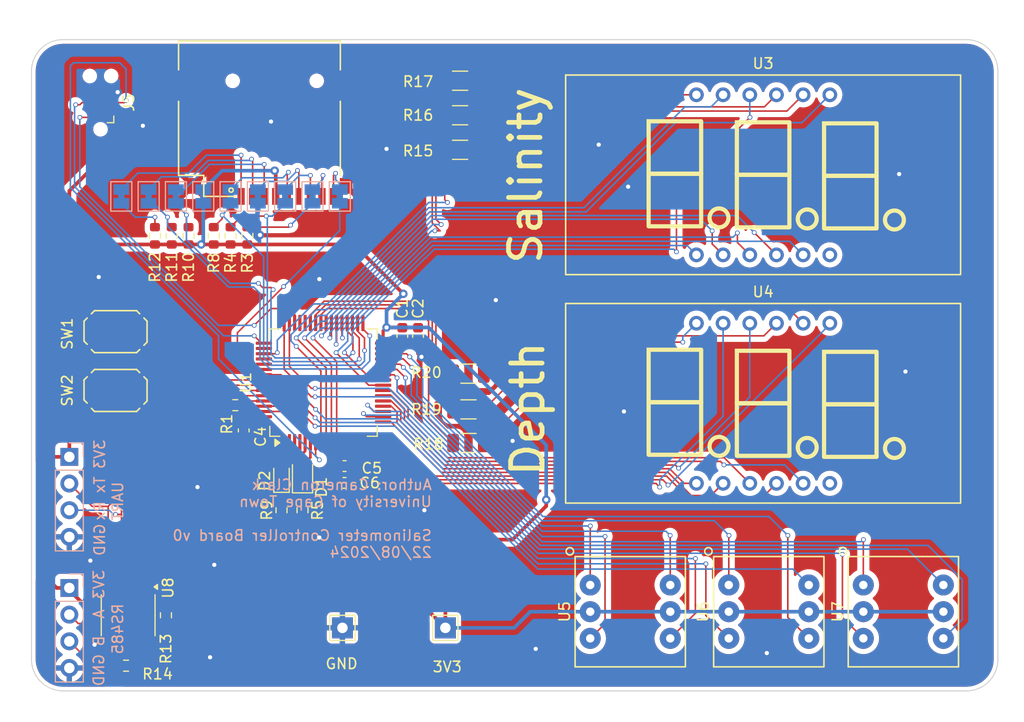
<source format=kicad_pcb>
(kicad_pcb (version 20240108) (generator "pcbnew") (generator_version "8.0")
  (title_block (title "Sailinty Probe Controller") (date "2024-08-18") (rev "v0") (company "University of Cape Town") (comment 1 "Author: Cameron Clark"))
  (layers (0 "F.Cu" signal) (31 "B.Cu" signal) (34 "B.Paste" user) (35 "F.Paste" user) (36 "B.SilkS" user "B.Silkscreen") (37 "F.SilkS" user "F.Silkscreen") (38 "B.Mask" user) (39 "F.Mask" user) (44 "Edge.Cuts" user))
  (net 0 "")
  (net 1 "GND")
  (net 2 "+3V3")
  (net 3 "/LED_GREEN")
  (net 4 "Net-(D1-K)")
  (net 5 "Net-(D2-K)")
  (net 6 "/LED_RED")
  (net 7 "/SPI_MISO")
  (net 8 "/SPI_NSS")
  (net 9 "Net-(J2-DAT1)")
  (net 10 "Net-(J2-DAT2)")
  (net 11 "/CD")
  (net 12 "/SPI_MOSI")
  (net 13 "/SPI_SCK")
  (net 14 "/RS485_A")
  (net 15 "/RS485_B")
  (net 16 "/RS485_DE")
  (net 17 "/RS485_uart")
  (net 18 "/SWCLK")
  (net 19 "/NRST")
  (net 20 "/SWDIO")
  (net 22 "Net-(U1-BOOT0)")
  (net 23 "/DIG2_1")
  (net 25 "/Depth_DIG1")
  (net 26 "/DIG1_8")
  (net 27 "/DIG1_2")
  (net 28 "/DIG1_4")
  (net 29 "/Depth_G")
  (net 30 "/Salinity_B")
  (net 31 "/Depth_A")
  (net 33 "/DIG3_1")
  (net 35 "/DIG2_8")
  (net 36 "/DIG2_4")
  (net 37 "/Salinity_C")
  (net 38 "/Salinity_DIG1")
  (net 39 "/Depth_D")
  (net 41 "/Depth_DIG2")
  (net 43 "/Salinity_G")
  (net 44 "/Depth_DP")
  (net 45 "/Salinity_DIG2")
  (net 46 "/Depth_C")
  (net 48 "/DIG2_2")
  (net 49 "/Depth_E")
  (net 50 "/DIG3_4")
  (net 51 "/Salinity_DIG3")
  (net 52 "/DIG1_1")
  (net 53 "/Depth_DIG3")
  (net 54 "/Salinity_E")
  (net 55 "/Depth_F")
  (net 56 "/Salinity_F")
  (net 59 "/DIG3_8")
  (net 60 "/Salinity_DP")
  (net 61 "/DIG3_2")
  (net 62 "/Salinity_A")
  (net 63 "/Salinity_D")
  (net 64 "/Depth_B")
  (net 65 "/SW2")
  (net 66 "/SW1")
  (net 73 "Net-(J2-DAT0)")
  (net 74 "Net-(J2-DAT3{slash}CD)")
  (net 75 "Net-(J2-VSS)")
  (net 76 "Net-(J2-DET)")
  (net 77 "Net-(J2-VDD)")
  (net 78 "Net-(J2-CMD)")
  (net 79 "Net-(J2-CLK)")
  (net 80 "Net-(JP10-A)")
  (net 81 "Net-(JP3-A)")
  (net 82 "Net-(U3-DIG1)")
  (net 83 "Net-(U3-DIG3)")
  (net 84 "Net-(U3-DIG2)")
  (net 85 "Net-(U4-DIG3)")
  (net 86 "Net-(U4-DIG2)")
  (net 87 "Net-(U4-DIG1)")
  (footprint "Resistor_SMD:R_0603_1608Metric" (layer "F.Cu") (at 177.4 84.8)
    (property "Reference" "R1")
    (property "Value" "10k")
  )
  (footprint "4022S:ERD2xxxS" (layer "F.Cu") (at 241 104.46 90)
    (property "Reference" "U7")
    (property "Value" "ERD210RS")
  )
  (footprint "Connector:Tag-Connect_TC2030-IDC-NL_2x03_P1.27mm_Vertical" (layer "F.Cu") (at 164.565 56 90)
    (property "Reference" "J5")
    (property "Value" "TagConnect")
  )
  (footprint "Resistor_SMD:R_0603_1608Metric" (layer "F.Cu") (at 178.55 68.675 -90)
    (property "Reference" "R3")
    (property "Value" "10k")
  )
  (footprint "Resistor_SMD:R_0603_1608Metric" (layer "F.Cu") (at 176.95 68.675 -90)
    (property "Reference" "R4")
    (property "Value" "10k")
  )
  (footprint "Resistor_SMD:R_0603_1608Metric" (layer "F.Cu") (at 175.35 68.675 -90)
    (property "Reference" "R8")
    (property "Value" "10k")
  )
  (footprint "LED_SMD:LED_0805_2012Metric" (layer "F.Cu") (at 183.8 91.4625 90)
    (property "Reference" "D1")
    (property "Value" "GREEN")
  )
  (footprint "4022S:Push_Button_SPDT" (layer "F.Cu") (at 166 83.4 180)
    (property "Reference" "SW2")
    (property "Value" "Switch")
  )
  (footprint "Capacitor_SMD:C_0603_1608Metric" (layer "F.Cu") (at 187.8 92.2)
    (property "Reference" "C6")
    (property "Value" "1u")
  )
  (footprint "Capacitor_SMD:C_0603_1608Metric" (layer "F.Cu") (at 178.2 87.2 90)
    (property "Reference" "C4")
    (property "Value" "4.7u")
  )
  (footprint "Resistor_SMD:R_0603_1608Metric" (layer "F.Cu") (at 172.95 68.675 -90)
    (property "Reference" "R10")
    (property "Value" "10k")
  )
  (footprint "Capacitor_SMD:C_0603_1608Metric" (layer "F.Cu") (at 194.8 78.2 90)
    (property "Reference" "C2")
    (property "Value" "100n")
  )
  (footprint "TestPoint:TestPoint_THTPad_2.0x2.0mm_Drill1.0mm" (layer "F.Cu") (at 197.4 106)
    (property "Reference" "TP2" (hide yes))
    (property "Value" "3V3")
  )
  (footprint "Resistor_SMD:R_1206_3216Metric" (layer "F.Cu") (at 198.8 57.2 180)
    (property "Reference" "R16")
    (property "Value" "300")
  )
  (footprint "4022S:ERD2xxxS" (layer "F.Cu") (at 228.19 104.46 90)
    (property "Reference" "U6")
    (property "Value" "ERD210RS")
  )
  (footprint "Resistor_SMD:R_0603_1608Metric" (layer "F.Cu") (at 170.8 104.8 -90)
    (property "Reference" "R13")
    (property "Value" "10k")
  )
  (footprint "Resistor_SMD:R_1206_3216Metric" (layer "F.Cu") (at 199.6 88.4 180)
    (property "Reference" "R18")
    (property "Value" "300")
  )
  (footprint "Resistor_SMD:R_1206_3216Metric" (layer "F.Cu") (at 199.6 85.2 180)
    (property "Reference" "R19")
    (property "Value" "300")
  )
  (footprint "Resistor_SMD:R_0603_1608Metric" (layer "F.Cu") (at 181.8 94.8 -90)
    (property "Reference" "R9")
    (property "Value" "1k")
  )
  (footprint "Package_SO:SOIC-8_3.9x4.9mm_P1.27mm" (layer "F.Cu") (at 167.2 104.8 -90)
    (property "Reference" "U8")
    (property "Value" "SP3485EN")
  )
  (footprint "Resistor_SMD:R_0603_1608Metric" (layer "F.Cu") (at 183.8 94.8 -90)
    (property "Reference" "R5")
    (property "Value" "1k")
  )
  (footprint "Resistor_SMD:R_1206_3216Metric" (layer "F.Cu") (at 199.6 81.8 180)
    (property "Reference" "R20")
    (property "Value" "300")
  )
  (footprint "4022S:microSDcard" (layer "F.Cu") (at 180.2 59.625 180)
    (property "Reference" "J2" (hide yes))
    (property "Value" "Micro_SD_Card_Det1")
  )
  (footprint "Capacitor_SMD:C_0603_1608Metric" (layer "F.Cu") (at 193.3 78.2 90)
    (property "Reference" "C1")
    (property "Value" "100n")
  )
  (footprint "TestPoint:TestPoint_THTPad_2.0x2.0mm_Drill1.0mm" (layer "F.Cu") (at 187.6 106)
    (property "Reference" "TP3" (hide yes))
    (property "Value" "GND")
  )
  (footprint "4022S:Push_Button_SPDT" (layer "F.Cu") (at 166 77.8 180)
    (property "Reference" "SW1")
    (property "Value" "Switch")
  )
  (footprint "Resistor_SMD:R_0603_1608Metric" (layer "F.Cu") (at 169.75 68.675 -90)
    (property "Reference" "R12")
    (property "Value" "10k")
  )
  (footprint "Resistor_SMD:R_1206_3216Metric" (layer "F.Cu") (at 198.8 60.49 180)
    (property "Reference" "R15")
    (property "Value" "300")
  )
  (footprint "4022S:SP20561" (layer "F.Cu") (at 227.65 84.62)
    (property "Reference" "U4")
    (property "Value" "Depth")
  )
  (footprint "Resistor_SMD:R_1206_3216Metric" (layer "F.Cu") (at 198.8 53.91 180)
    (property "Reference" "R17")
    (property "Value" "300")
  )
  (footprint "Capacitor_SMD:C_0603_1608Metric" (layer "F.Cu") (at 187.8 90.6)
    (property "Reference" "C5")
    (property "Value" "10n")
  )
  (footprint "Resistor_SMD:R_0603_1608Metric" (layer "F.Cu") (at 171.35 68.675 -90)
    (property "Reference" "R11")
    (property "Value" "10k")
  )
  (footprint "LED_SMD:LED_0603_1608Metric" (layer "F.Cu") (at 181.8 91.6125 90)
    (property "Reference" "D2")
    (property "Value" "RED")
  )
  (footprint "Resistor_SMD:R_0603_1608Metric" (layer "F.Cu") (at 167 109.6)
    (property "Reference" "R14")
    (property "Value" "120")
  )
  (footprint "4022S:SP20561" (layer "F.Cu") (at 227.65 62.87)
    (property "Reference" "U3")
    (property "Value" "Salinity")
  )
  (footprint "Package_QFP:LQFP-64_10x10mm_P0.5mm" (layer "F.Cu") (at 185.8 82.65 90)
    (property "Reference" "U1")
    (property "Value" "STM32F030R8Tx")
  )
  (footprint "4022S:ERD2xxxS" (layer "F.Cu") (at 215 104.46 90)
    (property "Reference" "U5")
    (property "Value" "ERD210RS")
  )
  (footprint "Jumper:SolderJumper-2_P1.3mm_Bridged_Pad1.0x1.5mm" (layer "B.Cu") (at 176.95 64.925 90)
    (property "Reference" "JP7" (hide yes))
    (property "Value" "SolderJumper_2_Bridged")
  )
  (footprint "Jumper:SolderJumper-2_P1.3mm_Bridged_Pad1.0x1.5mm" (layer "B.Cu") (at 182.15 64.925 90)
    (property "Reference" "JP9" (hide yes))
    (property "Value" "SolderJumper_2_Bridged")
  )
  (footprint "Jumper:SolderJumper-2_P1.3mm_Bridged_Pad1.0x1.5mm" (layer "B.Cu") (at 174.35 64.925 90)
    (property "Reference" "JP6" (hide yes))
    (property "Value" "SolderJumper_2_Bridged")
  )
  (footprint "Jumper:SolderJumper-2_P1.3mm_Bridged_Pad1.0x1.5mm" (layer "B.Cu") (at 166.55 64.925 90)
    (property "Reference" "JP3" (hide yes))
    (property "Value" "SolderJumper_2_Bridged")
  )
  (footprint "Jumper:SolderJumper-2_P1.3mm_Bridged_Pad1.0x1.5mm" (layer "B.Cu") (at 187.35 64.925 90)
    (property "Reference" "JP11" (hide yes))
    (property "Value" "SolderJumper_2_Bridged")
  )
  (footprint "Connector_PinHeader_2.54mm:PinHeader_1x04_P2.54mm_Vertical" (layer "B.Cu") (at 161.6 89.72 180)
    (property "Reference" "J4" (hide yes))
    (property "Value" "UART")
  )
  (footprint "Jumper:SolderJumper-2_P1.3mm_Bridged_Pad1.0x1.5mm" (layer "B.Cu") (at 184.75 64.925 90)
    (property "Reference" "JP10" (hide yes))
    (property "Value" "SolderJumper_2_Bridged")
  )
  (footprint "Jumper:SolderJumper-2_P1.3mm_Bridged_Pad1.0x1.5mm" (layer "B.Cu") (at 171.75 64.925 90)
    (property "Reference" "JP5" (hide yes))
    (property "Value" "SolderJumper_2_Bridged")
  )
  (footprint "Jumper:SolderJumper-2_P1.3mm_Bridged_Pad1.0x1.5mm" (layer "B.Cu") (at 179.55 64.925 90)
    (property "Reference" "JP8" (hide yes))
    (property "Value" "SolderJumper_2_Bridged")
  )
  (footprint "Jumper:SolderJumper-2_P1.3mm_Bridged_Pad1.0x1.5mm" (layer "B.Cu") (at 169.15 64.925 90)
    (property "Reference" "JP4" (hide yes))
    (property "Value" "SolderJumper_2_Bridged")
  )
  (footprint "Connector_PinHeader_2.54mm:PinHeader_1x04_P2.54mm_Vertical" (layer "B.Cu") (at 161.6 102.2 180)
    (property "Reference" "J3" (hide yes))
    (property "Value" "RS485")
  )
  (gr_arc (start 158 53) (mid 158.87868 50.87868) (end 161 50) (stroke (width 0.1)) (layer "Edge.Cuts"))
  (gr_arc (start 247 50) (mid 249.12132 50.87868) (end 250 53) (stroke (width 0.1)) (layer "Edge.Cuts"))
  (gr_arc (start 250 109) (mid 249.12132 111.12132) (end 247 112) (stroke (width 0.1)) (layer "Edge.Cuts"))
  (gr_line (start 250 53) (end 250 109) (stroke (width 0.1)) (layer "Edge.Cuts"))
  (gr_line (start 247 112) (end 161 112) (stroke (width 0.1)) (layer "Edge.Cuts"))
  (gr_line (start 158 109) (end 158 53) (stroke (width 0.1)) (layer "Edge.Cuts"))
  (gr_line (start 161 50) (end 247 50) (stroke (width 0.1)) (layer "Edge.Cuts"))
  (gr_arc (start 161 112) (mid 158.87868 111.12132) (end 158 109) (stroke (width 0.1)) (layer "Edge.Cuts"))
  (gr_text "Author: Cameron Clark\nUniversity of Cape Town\n\nSalinometer Controller Board v0\n22/08/2024" (at 196.2 99.4 0) (layer "B.SilkS") (effects (font (size 1 1)) (justify left bottom mirror)))
  (gr_text "A" (at 165 104.15 90) (layer "B.SilkS") (effects (font (size 1 1)) (justify left bottom mirror)))
  (gr_text "3V3" (at 165.075 87.992618 90) (layer "B.SilkS") (effects (font (size 1 1)) (justify left bottom mirror)))
  (gr_text "Tx" (at 165.075 91.492618 90) (layer "B.SilkS") (effects (font (size 1 1)) (justify left bottom mirror)))
  (gr_text "GND" (at 165 108.4 90) (layer "B.SilkS") (effects (font (size 1 1)) (justify left bottom mirror)))
  (gr_text "3V3" (at 165 100.4 90) (layer "B.SilkS") (effects (font (size 1 1)) (justify left bottom mirror)))
  (gr_text "Rx" (at 165.075 93.85 90) (layer "B.SilkS") (effects (font (size 1 1)) (justify left bottom mirror)))
  (gr_text "RS485" (at 166.8 103.6 90) (layer "B.SilkS") (effects (font (size 1 1)) (justify left bottom mirror)))
  (gr_text "B" (at 165 106.65 90) (layer "B.SilkS") (effects (font (size 1 1)) (justify left bottom mirror)))
  (gr_text "UART" (at 166.8 92 90) (layer "B.SilkS") (effects (font (size 1 1)) (justify left bottom mirror)))
  (gr_text "GND" (at 165.075 95.992618 90) (layer "B.SilkS") (effects (font (size 1 1)) (justify left bottom mirror)))
  (gr_text "GND" (at 185.9 110 0) (layer "F.SilkS") (effects (font (size 1 1)) (justify left bottom)))
  (gr_text "3V3" (at 196.1 110.3 0) (layer "F.SilkS") (effects (font (size 1 1)) (justify left bottom)))
  (gr_text "Depth" (at 207 91.8 90) (layer "F.SilkS") (effects (font (size 3 3) (thickness 0.45)) (justify left bottom)))
  (gr_text "Salinity" (at 206.8 71.6 90) (layer "F.SilkS") (effects (font (size 3 3) (thickness 0.45)) (justify left bottom)))
  (segment (start 187.55 90.075) (end 187.025 90.6) (width 0.3) (layer "F.Cu") (net 1))
  (segment (start 178.725 85.9) (end 178.2 86.425) (width 0.3) (layer "F.Cu") (net 1))
  (segment (start 165.2 54.73) (end 165.93 54.73) (width 0.35) (layer "F.Cu") (net 1))
  (segment (start 191.475 79.4) (end 192.875 79.4) (width 0.3) (layer "F.Cu") (net 1))
  (segment (start 187.55 88.325) (end 187.55 90.075) (width 0.3) (layer "F.Cu") (net 1))
  (segment (start 165.93 54.73) (end 166.2 55) (width 0.35) (layer "F.Cu") (net 1))
  (segment (start 165.295 107.275) (end 164.325 107.275) (width 0.3) (layer "F.Cu") (net 1))
  (segment (start 180.125 85.9) (end 178.725 85.9) (width 0.3) (layer "F.Cu") (net 1))
  (segment (start 164.325 107.275) (end 164 107.6) (width 0.3) (layer "F.Cu") (net 1))
  (segment (start 194.8 78.975) (end 194.8 79.875) (width 0.35) (layer "F.Cu") (net 1))
  (segment (start 192.875 79.4) (end 193.3 78.975) (width 0.3) (layer "F.Cu") (net 1))
  (segment (start 194.8 79.875) (end 195.125 80.2) (width 0.35) (layer "F.Cu") (net 1))
  (via (at 202.2 74.8) (size 0.8) (drill 0.4) (layers "F.Cu" "B.Cu") (net 1))
  (via (at 203.8 88.2) (size 0.8) (drill 0.4) (layers "F.Cu" "B.Cu") (net 1))
  (via (at 206 108) (size 0.8) (drill 0.4) (layers "F.Cu" "B.Cu") (net 1))
  (via (at 241.2 81.6) (size 0.8) (drill 0.4) (layers "F.Cu" "B.Cu") (net 1))
  (via (at 180.8 57.8) (size 0.8) (drill 0.4) (layers "F.Cu" "B.Cu") (net 1))
  (via (at 185.4 97.4) (size 0.8) (drill 0.4) (layers "F.Cu" "B.Cu") (net 1))
  (via (at 163.6 99.6) (size 0.8) (drill 0.4) (layers "F.Cu" "B.Cu") (net 1))
  (via (at 185.4 72.8) (size 0.8) (drill 0.4) (layers "F.Cu" "B.Cu") (net 1))
  (via (at 195.4 94.8) (size 0.8) (drill 0.4) (layers "F.Cu" "B.Cu") (net 1))
  (via (at 164.4 72.6) (size 0.8) (drill 0.4) (layers "F.Cu" "B.Cu") (net 1))
  (via (at 166.2 55) (size 0.8) (drill 0.4) (layers "F.Cu" "B.Cu") (net 1))
  (via (at 175 108.8) (size 0.8) (drill 0.4) (layers "F.Cu" "B.Cu") (net 1))
  (via (at 214.4 85.4) (size 0.8) (drill 0.4) (layers "F.Cu" "B.Cu") (net 1))
  (via (at 173.8 92.6) (size 0.8) (drill 0.4) (layers "F.Cu" "B.Cu") (net 1))
  (via (at 195.125 80.2) (size 0.8) (drill 0.4) (layers "F.Cu" "B.Cu") (net 1))
  (via (at 191.8 60.4) (size 0.8) (drill 0.4) (layers "F.Cu" "B.Cu") (net 1))
  (via (at 228 108.4) (size 0.8) (drill 0.4) (layers "F.Cu" "B.Cu") (net 1))
  (via (at 179.75 68.6) (size 0.8) (drill 0.4) (layers "F.Cu" "B.Cu") (net 1))
  (via (at 168.6 58.2) (size 0.8) (drill 0.4) (layers "F.Cu" "B.Cu") (net 1))
  (via (at 164 107.6) (size 0.8) (drill 0.4) (layers "F.Cu" "B.Cu") (net 1))
  (via (at 175.4 100) (size 0.8) (drill 0.4) (layers "F.Cu" "B.Cu") (net 1))
  (via (at 214.8 64) (size 0.8) (drill 0.4) (layers "F.Cu" "B.Cu") (net 1))
  (via (at 240.6 62.8) (size 0.8) (drill 0.4) (layers "F.Cu" "B.Cu") (net 1))
  (via (at 212 60) (size 0.8) (drill 0.4) (layers "F.Cu" "B.Cu") (net 1))
  (segment (start 179.55 65.575) (end 179.55 68.4) (width 0.35) (layer "B.Cu") (net 1))
  (segment (start 179.55 68.4) (end 179.75 68.6) (width 0.35) (layer "B.Cu") (net 1))
  (segment (start 161.6 69.6) (end 161.6 89.72) (width 0.35) (layer "F.Cu") (net 2))
  (segment (start 178.55 69.5) (end 188.7 69.5) (width 0.35) (layer "F.Cu") (net 2))
  (segment (start 161.6 64.4) (end 161.6 69.6) (width 0.35) (layer "F.Cu") (net 2))
  (segment (start 179.75 86.425) (end 180.125 86.425) (width 0.35) (layer "F.Cu") (net 2))
  (segment (start 207 93.8) (end 207 94.4) (width 0.35) (layer "F.Cu") (net 2))
  (segment (start 178.2 87.975) (end 179.75 86.425) (width 0.35) (layer "F.Cu") (net 2))
  (segment (start 159.2 90.6) (end 160.08 89.72) (width 0.35) (layer "F.Cu") (net 2))
  (segment (start 159.2 101) (end 159.2 90.6) (width 0.35) (layer "F.Cu") (net 2))
  (segment (start 203.8 97.6) (end 197.4 97.6) (width 0.35) (layer "F.Cu") (net 2))
  (segment (start 178.2 87.975) (end 181.675 87.975) (width 0.35) (layer "F.Cu") (net 2))
  (segment (start 188.05 90.075) (end 188.575 90.6) (width 0.3) (layer "F.Cu") (net 2))
  (segment (start 161.6 102.4) (end 161.6 102.2) (width 0.35) (layer "F.Cu") (net 2))
  (segment (start 191.475 77.725) (end 191.8 77.4) (width 0.3) (layer "F.Cu") (net 2))
  (segment (start 165.8 60.2) (end 161.6 64.4) (width 0.35) (layer "F.Cu") (net 2))
  (segment (start 169.15 107.275) (end 170.8 105.625) (width 0.35) (layer "F.Cu") (net 2))
  (segment (start 169.105 107.275) (end 169.15 107.275) (width 0.35) (layer "F.Cu") (net 2))
  (segment (start 169.105 106.823382) (end 166.881618 104.6) (width 0.35) (layer "F.Cu") (net 2))
  (segment (start 161.6 102.2) (end 160.4 102.2) (width 0.35) (layer "F.Cu") (net 2))
  (segment (start 188.05 88.325) (end 188.05 90.075) (width 0.3) (layer "F.Cu") (net 2))
  (segment (start 166.881618 104.6) (end 163.8 104.6) (width 0.35) (layer "F.Cu") (net 2))
  (segment (start 197.4 106) (end 197.4 97.6) (width 0.35) (layer "F.Cu") (net 2))
  (segment (start 178.2 98.6) (end 178.2 87.975) (width 0.35) (layer "F.Cu") (net 2))
  (segment (start 169.75 69.5) (end 174.15 69.5) (width 0.35) (layer "F.Cu") (net 2))
  (segment (start 188.6 92.2) (end 188.575 92.2) (width 0.35) (layer "F.Cu") (net 2))
  (segment (start 169.105 107.275) (end 169.105 106.823382) (width 0.35) (layer "F.Cu") (net 2))
  (segment (start 161.7 69.5) (end 161.6 69.6) (width 0.35) (layer "F.Cu") (net 2))
  (segment (start 174.15 69.5) (end 178.55 69.5) (width 0.35) (layer "F.Cu") (net 2))
  (segment (start 169.75 69.5) (end 161.7 69.5) (width 0.35) (layer "F.Cu") (net 2))
  (segment (start 181.675 87.975) (end 182.025 88.325) (width 0.35) (layer "F.Cu") (net 2))
  (segment (start 165.8 57.87) (end 165.8 60.2) (width 0.35) (layer "F.Cu") (net 2))
  (segment (start 163.8 104.6) (end 161.6 102.4) (width 0.35) (layer "F.Cu") (net 2))
  (segment (start 171.175 105.625) (end 178.2 98.6) (width 0.35) (layer "F.Cu") (net 2))
  (segment (start 160.4 102.2) (end 159.2 101) (width 0.35) (layer "F.Cu") (net 2))
  (segment (start 160.08 89.72) (end 161.6 89.72) (width 0.35) (layer "F.Cu") (net 2))
  (segment (start 191.475 78.9) (end 191.475 77.725) (width 0.3) (layer "F.Cu") (net 2))
  (segment (start 178.2 98.6) (end 190 98.6) (width 0.35) (layer "F.Cu") (net 2))
  (segment (start 190 98.6) (end 197.4 106) (width 0.35) (layer "F.Cu") (net 2))
  (segment (start 197.4 97.6) (end 194 97.6) (width 0.35) (layer "F.Cu") (net 2))
  (segment (start 207 94.4) (end 203.8 97.6) (width 0.35) (layer "F.Cu") (net 2))
  (segment (start 170.8 105.625) (end 171.175 105.625) (width 0.35) (layer "F.Cu") (net 2))
  (segment (start 194 97.6) (end 188.6 92.2) (width 0.35) (layer "F.Cu") (net 2))
  (segment (start 188.7 69.5) (end 193.4 74.2) (width 0.35) (layer "F.Cu") (net 2))
  (segment (start 188.575 90.6) (end 188.575 92.2) (width 0.35) (layer "F.Cu") (net 2))
  (segment (start 194.775 77.4) (end 194.8 77.425) (width 0.35) (layer "F.Cu") (net 2))
  (segment (start 165.2 57.27) (end 165.8 57.87) (width 0.35) (layer "F.Cu") (net 2))
  (segment (start 191.8 77.4) (end 194.775 77.4) (width 0.35) (layer "F.Cu") (net 2))
  (via (at 193.4 74.2) (size 0.8) (drill 0.4) (layers "F.Cu" "B.Cu") (net 2))
  (via (at 207 93.8) (size 0.8) (drill 0.4) (layers "F.Cu" "B.Cu") (net 2))
  (via (at 174.15 69.5) (size 0.8) (drill 0.4) (layers "F.Cu" "B.Cu") (net 2))
  (via (at 191.8 77.4) (size 0.8) (drill 0.4) (layers "F.Cu" "B.Cu") (net 2))
  (segment (start 197.6 79.2) (end 207 88.6) (width 0.35) (layer "B.Cu") (net 2))
  (segment (start 203.9425 106) (end 197.4 106) (width 0.35) (layer "B.Cu") (net 2))
  (segment (start 205.4825 104.46) (end 203.9425 106) (width 0.35) (layer "B.Cu") (net 2))
  (segment (start 174.35 69.3) (end 174.15 69.5) (width 0.35) (layer "B.Cu") (net 2))
  (segment (start 174.35 65.575) (end 174.35 69.3) (width 0.35) (layer "B.Cu") (net 2))
  (segment (start 211.19 104.46) (end 244.81 104.46) (width 0.35) (layer "B.Cu") (net 2))
  (segment (start 205.4825 104.46) (end 211.19 104.46) (width 0.35) (layer "B.Cu") (net 2))
  (segment (start 195.8 77.4) (end 197.6 79.2) (width 0.35) (layer "B.Cu") (net 2))
  (segment (start 191.8 77.4) (end 195.8 77.4) (width 0.35) (layer "B.Cu") (net 2))
  (segment (start 193.4 74.2) (end 191.8 75.8) (width 0.35) (layer "B.Cu") (net 2))
  (segment (start 191.8 75.8) (end 191.8 77.4) (width 0.35) (layer "B.Cu") (net 2))
  (segment (start 207 88.6) (end 207 93.8) (width 0.35) (layer "B.Cu") (net 2))
  (segment (start 184.55 88.325) (end 184.55 89.775) (width 0.25) (layer "F.Cu") (net 3))
  (segment (start 184.55 89.775) (end 183.8 90.525) (width 0.25) (layer "F.Cu") (net 3))
  (segment (start 183.8 92.4) (end 183.8 93.975) (width 0.25) (layer "F.Cu") (net 4))
  (segment (start 181.8 92.4) (end 181.8 93.975) (width 0.25) (layer "F.Cu") (net 5))
  (segment (start 183.617764 89.6) (end 183.025 89.6) (width 0.25) (layer "F.Cu") (net 6))
  (segment (start 183.025 89.6) (end 181.8 90.825) (width 0.25) (layer "F.Cu") (net 6))
  (segment (start 184.05 89.167764) (end 183.617764 89.6) (width 0.25) (layer "F.Cu") (net 6))
  (segment (start 184.05 88.325) (end 184.05 89.167764) (width 0.25) (layer "F.Cu") (net 6))
  (segment (start 180.35 66.8) (end 178 66.8) (width 0.15) (layer "F.Cu") (net 7))
  (segment (start 188.55 77.755024) (end 189.2 78.405024) (width 0.15) (layer "F.Cu") (net 7))
  (segment (start 189.2 78.405024) (end 189.2 80.4) (width 0.15) (layer "F.Cu") (net 7))
  (segment (start 188.55 76.975) (end 188.55 77.755024) (width 0.15) (layer "F.Cu") (net 7))
  (segment (start 178 66.8) (end 176.95 67.85) (width 0.15) (layer "F.Cu") (net 7))
  (via (at 180.35 66.8) (size 0.45) (drill 0.3) (layers "F.Cu" "B.Cu") (net 7))
  (via (at 189.2 80.4) (size 0.45) (drill 0.3) (layers "F.Cu" "B.Cu") (net 7))
  (segment (start 188.95 80.65) (end 181 80.65) (width 0.15) (layer "B.Cu") (net 7))
  (segment (start 182.15 65.575) (end 180.925 66.8) (width 0.15) (layer "B.Cu") (net 7))
  (segment (start 189.2 80.4) (end 188.95 80.65) (width 0.15) (layer "B.Cu") (net 7))
  (segment (start 180.45 80.1) (end 180.45 66.9) (width 0.15) (layer "B.Cu") (net 7))
  (segment (start 180.925 66.8) (end 180.35 66.8) (width 0.15) (layer "B.Cu") (net 7))
  (segment (start 180.45 66.9) (end 180.35 66.8) (width 0.15) (layer "B.Cu") (net 7))
  (segment (start 181 80.65) (end 180.45 80.1) (width 0.15) (layer "B.Cu") (net 7))
  (segment (start 170.95 66.9) (end 170.95 67.45) (width 0.15) (layer "F.Cu") (net 8))
  (segment (start 189.55 76.975) (end 189.55 77.55) (width 0.15) (layer "F.Cu") (net 8))
  (segment (start 189.55 77.55) (end 190.2 78.2) (width 0.15) (layer "F.Cu") (net 8))
  (segment (start 170.95 67.45) (end 171.35 67.85) (width 0.15) (layer "F.Cu") (net 8))
  (via (at 170.95 66.9) (size 0.45) (drill 0.3) (layers "F.Cu" "B.Cu") (net 8))
  (via (at 190.2 78.2) (size 0.45) (drill 0.3) (layers "F.Cu" "B.Cu") (net 8))
  (segment (start 179.15 73.55) (end 176.750431 73.55) (width 0.15) (layer "B.Cu") (net 8))
  (segment (start 179.75 74.15) (end 179.15 73.55) (width 0.15) (layer "B.Cu") (net 8))
  (segment (start 190.2 80.602082) (end 189.452082 81.35) (width 0.15) (layer "B.Cu") (net 8))
  (segment (start 170.95 67.749569) (end 170.95 66.9) (width 0.15) (layer "B.Cu") (net 8))
  (segment (start 169.15 65.575) (end 169.625 65.575) (width 0.15) (layer "B.Cu") (net 8))
  (segment (start 176.750431 73.55) (end 170.95 67.749569) (width 0.15) (layer "B.Cu") (net 8))
  (segment (start 179.75 80.38995) (end 179.75 74.15) (width 0.15) (layer "B.Cu") (net 8))
  (segment (start 189.452082 81.35) (end 180.71005 81.35) (width 0.15) (layer "B.Cu") (net 8))
  (segment (start 190.2 78.2) (end 190.2 80.602082) (width 0.15) (layer "B.Cu") (net 8))
  (segment (start 169.625 65.575) (end 170.95 66.9) (width 0.15) (layer "B.Cu") (net 8))
  (segment (start 180.71005 81.35) (end 179.75 80.38995) (width 0.15) (layer "B.Cu") (net 8))
  (segment (start 185.65 63.025) (end 185.75 62.925) (width 0.15) (layer "F.Cu") (net 9))
  (segment (start 185.65 64.925) (end 185.65 63.025) (width 0.15) (layer "F.Cu") (net 9))
  (via (at 185.75 62.925) (size 0.45) (drill 0.3) (layers "F.Cu" "B.Cu") (net 9))
  (segment (start 185.75 63.275) (end 184.75 64.275) (width 0.15) (layer "B.Cu") (net 9))
  (segment (start 185.75 62.925) (end 185.75 63.275) (width 0.15) (layer "B.Cu") (net 9))
  (segment (start 177.95 64.925) (end 177.95 63.074999) (width 0.15) (layer "F.Cu") (net 10))
  (segment (start 177.95 63.074999) (end 177.95 61) (width 0.15) (layer "F.Cu") (net 10))
  (via (at 177.95 61) (size 0.45) (drill 0.3) (layers "F.Cu" "B.Cu") (net 10))
  (segment (start 177.95 61) (end 174.652513 61) (width 0.15) (layer "B.Cu") (net 10))
  (segment (start 174.652513 61) (end 172.95 62.702513) (width 0.15) (layer "B.Cu") (net 10))
  (segment (start 172.95 62.702513) (end 168.122487 62.702513) (width 0.15) (layer "B.Cu") (net 10))
  (segment (start 168.122487 62.702513) (end 166.55 64.275) (width 0.15) (layer "B.Cu") (net 10))
  (segment (start 181.853554 73.653554) (end 182 73.507108) (width 0.15) (layer "F.Cu") (net 11))
  (segment (start 182 73.507108) (end 182 73.507107) (width 0.15) (layer "F.Cu") (net 11))
  (segment (start 180.125 81.4) (end 179.350001 81.4) (width 0.15) (layer "F.Cu") (net 11))
  (segment (start 179.350001 81.4) (end 177.6 79.649999) (width 0.15) (layer "F.Cu") (net 11))
  (segment (start 177.6 79.649999) (end 177.6 77.907107) (width 0.15) (layer "F.Cu") (net 11))
  (segment (start 177.6 77.907107) (end 181.853554 73.653554) (width 0.15) (layer "F.Cu") (net 11))
  (via (at 182 73.507107) (size 0.45) (drill 0.3) (layers "F.Cu" "B.Cu") (net 11))
  (segment (start 182 73.507107) (end 187.35 68.157107) (width 0.15) (layer "B.Cu") (net 11))
  (segment (start 187.35 68.157107) (end 187.35 65.575) (width 0.15) (layer "B.Cu") (net 11))
  (segment (start 187.4 65.625) (end 187.35 65.575) (width 0.15) (layer "B.Cu") (net 11))
  (segment (start 180.8 73.6) (end 180 73.6) (width 0.15) (layer "F.Cu") (net 12))
  (segment (start 188.6 78.299999) (end 188.6 79.8) (width 0.15) (layer "F.Cu") (net 12))
  (segment (start 181 73.8) (end 180.8 73.6) (width 0.15) (layer "F.Cu") (net 12))
  (segment (start 188.05 77.749999) (end 188.6 78.299999) (width 0.15) (layer "F.Cu") (net 12))
  (segment (start 172.75 67.65) (end 172.95 67.85) (width 0.15) (layer "F.Cu") (net 12))
  (segment (start 188.05 76.975) (end 188.05 77.749999) (width 0.15) (layer "F.Cu") (net 12))
  (segment (start 172.75 66.7) (end 172.75 67.65) (width 0.15) (layer "F.Cu") (net 12))
  (segment (start 180 73.6) (end 179.6 73.2) (width 0.15) (layer "F.Cu") (net 12))
  (via (at 172.75 66.7) (size 0.45) (drill 0.3) (layers "F.Cu" "B.Cu") (net 12))
  (via (at 181 73.8) (size 0.45) (drill 0.3) (layers "F.Cu" "B.Cu") (net 12))
  (via (at 188.6 79.8) (size 0.45) (drill 0.3) (layers "F.Cu" "B.Cu") (net 12))
  (via (at 179.6 73.2) (size 0.45) (drill 0.3) (layers "F.Cu" "B.Cu") (net 12))
  (segment (start 181.2 80.3) (end 181.192893 80.3) (width 0.15) (layer "B.Cu") (net 12))
  (segment (start 180.8 74.4) (end 180.8 74) (width 0.15) (layer "B.Cu") (net 12))
  (segment (start 180.8 74) (end 181 73.8) (width 0.15) (layer "B.Cu") (net 12))
  (segment (start 172.75 69.054595) (end 172.75 66.7) (width 0.15) (layer "B.Cu") (net 12))
  (segment (start 176.895405 73.2) (end 172.75 69.054595) (width 0.15) (layer "B.Cu") (net 12))
  (segment (start 171.75 65.575) (end 171.75 65.7) (width 0.15) (layer "B.Cu") (net 12))
  (segment (start 180.8 79.907107) (end 180.8 74.4) (width 0.15) (layer "B.Cu") (net 12))
  (segment (start 171.75 65.7) (end 172.75 66.7) (width 0.15) (layer "B.Cu") (net 12))
  (segment (start 181.192893 80.3) (end 180.8 79.907107) (width 0.15) (layer "B.Cu") (net 12))
  (segment (start 179.6 73.2) (end 176.895405 73.2) (width 0.15) (layer "B.Cu") (net 12))
  (segment (start 188.6 79.8) (end 188.1 80.3) (width 0.15) (layer "B.Cu") (net 12))
  (segment (start 188.1 80.3) (end 181.2 80.3) (width 0.15) (layer "B.Cu") (net 12))
  (segment (start 176.15 66.7) (end 176.15 67.05) (width 0.15) (layer "F.Cu") (net 13))
  (segment (start 189.7 78.41005) (end 189.7 79.6) (width 0.15) (layer "F.Cu") (net 13))
  (segment (start 189.05 76.975) (end 189.05 77.76005) (width 0.15) (layer "F.Cu") (net 13))
  (segment (start 189.05 77.76005) (end 189.7 78.41005) (width 0.15) (layer "F.Cu") (net 13))
  (segment (start 176.15 67.05) (end 175.35 67.85) (width 0.15) (layer "F.Cu") (net 13))
  (via (at 176.15 66.7) (size 0.45) (drill 0.3) (layers "F.Cu" "B.Cu") (net 13))
  (via (at 189.7 79.6) (size 0.45) (drill 0.3) (layers "F.Cu" "B.Cu") (net 13))
  (segment (start 180.1 80.244975) (end 180.1 70.65) (width 0.15) (layer "B.Cu") (net 13))
  (segment (start 180.855025 81) (end 180.1 80.244975) (width 0.15) (layer "B.Cu") (net 13))
  (segment (start 189.7 79.6) (end 189.7 80.607107) (width 0.15) (layer "B.Cu") (net 13))
  (segment (start 189.307107 81) (end 180.855025 81) (width 0.15) (layer "B.Cu") (net 13))
  (segment (start 180.1 70.65) (end 176.15 66.7) (width 0.15) (layer "B.Cu") (net 13))
  (segment (start 189.7 80.607107) (end 189.307107 81) (width 0.15) (layer "B.Cu") (net 13))
  (segment (start 176.95 65.9) (end 176.15 66.7) (width 0.15) (layer "B.Cu") (net 13))
  (segment (start 176.95 65.575) (end 176.95 65.9) (width 0.15) (layer "B.Cu") (net 13))
  (segment (start 166.565 106.300001) (end 165.854999 105.59) (width 0.15) (layer "F.Cu") (net 14))
  (segment (start 166.565 107.275) (end 166.565 106.300001) (width 0.15) (layer "F.Cu") (net 14))
  (segment (start 162.45 105.59) (end 161.6 104.74) (width 0.15) (layer "F.Cu") (net 14))
  (segment (start 165.854999 105.59) (end 162.45 105.59) (width 0.15) (layer "F.Cu") (net 14))
  (segment (start 166.565 109.21) (end 166.175 109.6) (width 0.15) (layer "F.Cu") (net 14))
  (segment (start 166.565 107.275) (end 166.565 109.21) (width 0.15) (layer "F.Cu") (net 14))
  (segment (start 165.12 110.8) (end 161.6 107.28) (width 0.15) (layer "F.Cu") (net 15))
  (segment (start 167.835 109.59) (end 167.825 109.6) (width 0.15) (layer "F.Cu") (net 15))
  (segment (start 167.825 109.6) (end 166.625 110.8) (width 0.15) (layer "F.Cu") (net 15))
  (segment (start 166.625 110.8) (end 165.12 110.8) (width 0.15) (layer "F.Cu") (net 15))
  (segment (start 167.835 107.275) (end 167.835 109.59) (width 0.15) (layer "F.Cu") (net 15))
  (segment (start 166.565 95.2) (end 166.565 102.325) (width 0.15) (layer "F.Cu") (net 16))
  (segment (start 180.125 83.9) (end 176.322708 83.9) (width 0.15) (layer "F.Cu") (net 16))
  (segment (start 166.565 102.325) (end 167.835 102.325) (width 0.35) (layer "F.Cu") (net 16))
  (segment (start 166.565 95.2) (end 166 95.2) (width 0.15) (layer "F.Cu") (net 16))
  (segment (start 166.565 93.657708) (end 166.565 95.2) (width 0.15) (layer "F.Cu") (net 16))
  (segment (start 176.322708 83.9) (end 166.565 93.657708) (width 0.15) (layer "F.Cu") (net 16))
  (via (at 166 95.2) (size 0.45) (drill 0.3) (layers "F.Cu" "B.Cu") (net 16))
  (segment (start 165.8 95.2) (end 165.4 94.8) (width 0.15) (layer "B.Cu") (net 16))
  (segment (start 166 95.2) (end 165.8 95.2) (width 0.15) (layer "B.Cu") (net 16))
  (segment (start 165.4 94.8) (end 161.6 94.8) (width 0.15) (layer "B.Cu") (net 16))
  (segment (start 165.295 94.432734) (end 165.295 102.325) (width 0.15) (layer "F.Cu") (net 17))
  (segment (start 169.785 103.975) (end 170.8 103.975) (width 0.15) (layer "F.Cu") (net 17))
  (segment (start 169.105 103.295) (end 169.105 102.325) (width 0.15) (layer "F.Cu") (net 17))
  (segment (start 165.295 103.299999) (end 165.995001 104) (width 0.15) (layer "F.Cu") (net 17))
  (segment (start 169.105 103.295) (end 169.785 103.975) (width 0.15) (layer "F.Cu") (net 17))
  (segment (start 165.995001 104) (end 168.4 104) (width 0.15) (layer "F.Cu") (net 17))
  (segment (start 176.327734 83.4) (end 165.295 94.432734) (width 0.15) (layer "F.Cu") (net 17))
  (segment (start 180.125 83.4) (end 176.327734 83.4) (width 0.15) (layer "F.Cu") (net 17))
  (segment (start 168.4 104) (end 169.105 103.295) (width 0.15) (layer "F.Cu") (net 17))
  (segment (start 165.295 102.325) (end 165.295 103.299999) (width 0.15) (layer "F.Cu") (net 17))
  (segment (start 165.295 94.432734) (end 163.772734 94.432734) (width 0.15) (layer "F.Cu") (net 17))
  (segment (start 163.772734 94.432734) (end 161.6 92.26) (width 0.15) (layer "F.Cu") (net 17))
  (segment (start 162.8 56) (end 163.93 56) (width 0.15) (layer "F.Cu") (net 18))
  (segment (start 180.125 78.9) (end 179.9 78.9) (width 0.15) (layer "F.Cu") (net 18))
  (segment (start 179.9 78.9) (end 179.2 78.2) (width 0.15) (layer "F.Cu") (net 18))
  (segment (start 162.6 56.2) (end 162.8 56) (width 0.15) (layer "F.Cu") (net 18))
  (segment (start 162.2 56.2) (end 162.6 56.2) (width 0.15) (layer "F.Cu") (net 18))
  (via (at 179.2 78.2) (size 0.45) (drill 0.3) (layers "F.Cu" "B.Cu") (net 18))
  (via (at 162.2 56.2) (size 0.45) (drill 0.3) (layers "F.Cu" "B.Cu") (net 18))
  (segment (start 162.1 56.3) (end 162.2 56.2) (width 0.15) (layer "B.Cu") (net 18))
  (segment (start 162.1 63.994975) (end 162.1 56.3) (width 0.15) (layer "B.Cu") (net 18))
  (segment (start 179.2 78.2) (end 176.305025 78.2) (width 0.15) (layer "B.Cu") (net 18))
  (segment (start 176.305025 78.2) (end 164.6 66.494975) (width 0.15) (layer "B.Cu") (net 18))
  (segment (start 164.6 66.494975) (end 162.1 63.994975) (width 0.15) (layer "B.Cu") (net 18))
  (segment (start 185.05 88.325) (end 185.05 89.65) (width 0.15) (layer "F.Cu") (net 19))
  (segment (start 185.05 89.65) (end 185.4 90) (width 0.15) (layer "F.Cu") (net 19))
  (segment (start 166.8 56) (end 165.2 56) (width 0.15) (layer "F.Cu") (net 19))
  (segment (start 167 55.8) (end 166.8 56) (width 0.15) (layer "F.Cu") (net 19))
  (via (at 167 55.8) (size 0.45) (drill 0.3) (layers "F.Cu" "B.Cu") (net 19))
  (via (at 185.4 90) (size 0.45) (drill 0.3) (layers "F.Cu" "B.Cu") (net 19))
  (segment (start 161.7 52.5) (end 162 52.2) (width 0.15) (layer "B.Cu") (net 19))
  (segment (start 175.805025 80.405025) (end 175.805025 78.194974) (width 0.15) (layer "B.Cu") (net 19))
  (segment (start 175.805025 78.194974) (end 169.605025 71.994975) (width 0.15) (layer "B.Cu") (net 19))
  (segment (start 161.7 64.08995) (end 161.7 52.5) (width 0.15) (layer "B.Cu") (net 19))
  (segment (start 167 52.8) (end 167 55.8) (width 0.15) (layer "B.Cu") (net 19))
  (segment (start 169.605025 71.994975) (end 164.25 66.63995) (width 0.15) (layer "B.Cu") (net 19))
  (segment (start 164.25 66.63995) (end 161.7 64.08995) (width 0.15) (layer "B.Cu") (net 19))
  (segment (start 185.4 90) (end 175.805025 80.405025) (width 0.15) (layer "B.Cu") (net 19))
  (segment (start 162 52.2) (end 166.4 52.2) (width 0.15) (layer "B.Cu") (net 19))
  (segment (start 166.4 52.2) (end 167 52.8) (width 0.15) (layer "B.Cu") (net 19))
  (segment (start 182.6 75.6) (end 180.8 75.6) (width 0.15) (layer "F.Cu") (net 20))
  (segment (start 180.8 75.6) (end 179.2 77.2) (width 0.15) (layer "F.Cu") (net 20))
  (segment (start 183.05 75.852082) (end 182.797918 75.6) (width 0.15) (layer "F.Cu") (net 20))
  (segment (start 162.6 57.4) (end 163.8 57.4) (width 0.15) (layer "F.Cu") (net 20))
  (segment (start 183.05 76.975) (end 183.05 75.852082) (width 0.15) (layer "F.Cu") (net 20))
  (segment (start 182.797918 75.6) (end 182.6 75.6) (width 0.15) (layer "F.Cu") (net 20))
  (segment (start 163.8 57.4) (end 163.93 57.27) (width 0.15) (layer "F.Cu") (net 20))
  (via (at 179.2 77.2) (size 0.45) (drill 0.3) (layers "F.Cu" "B.Cu") (net 20))
  (via (at 162.6 57.4) (size 0.45) (drill 0.3) (layers "F.Cu" "B.Cu") (net 20))
  (segment (start 162.6 64) (end 162.6 57.4) (width 0.15) (layer "B.Cu") (net 20))
  (segment (start 175.8 77.2) (end 165.6 67) (width 0.15) (layer "B.Cu") (net 20))
  (segment (start 165.6 67) (end 165 66.4) (width 0.15) (layer "B.Cu") (net 20))
  (segment (start 179.2 77.2) (end 175.8 77.2) (width 0.15) (layer "B.Cu") (net 20))
  (segment (start 165 66.4) (end 162.6 64) (width 0.15) (layer "B.Cu") (net 20))
  (segment (start 178.625 84.4) (end 180.125 84.4) (width 0.15) (layer "F.Cu") (net 22))
  (segment (start 178.225 84.8) (end 178.625 84.4) (width 0.15) (layer "F.Cu") (net 22))
  (segment (start 180.125 84.9) (end 183.9 84.9) (width 0.15) (layer "F.Cu") (net 23))
  (segment (start 222.2 99.9) (end 222.2 104.82) (width 0.15) (layer "F.Cu") (net 23))
  (segment (start 222.2 104.82) (end 224.38 107) (width 0.15) (layer "F.Cu") (net 23))
  (segment (start 183.9 84.9) (end 185 86) (width 0.15) (layer "F.Cu") (net 23))
  (via (at 185 86) (size 0.45) (drill 0.3) (layers "F.Cu" "B.Cu") (net 23))
  (via (at 222.2 99.9) (size 0.45) (drill 0.3) (layers "F.Cu" "B.Cu") (net 23))
  (segment (start 204.447487 98.152513) (end 206.194974 99.9) (width 0.15) (layer "B.Cu") (net 23))
  (segment (start 200.447487 94.152513) (end 204.447487 98.152513) (width 0.15) (layer "B.Cu") (net 23))
  (segment (start 185 86) (end 185.45 86.45) (width 0.15) (layer "B.Cu") (net 23))
  (segment (start 192.744975 86.45) (end 192.744975 86.450001) (width 0.15) (layer "B.Cu") (net 23))
  (segment (start 206.194974 99.9) (end 222.2 99.9) (width 0.15) (layer "B.Cu") (net 23))
  (segment (start 185.45 86.45) (end 192.744975 86.45) (width 0.15) (layer "B.Cu") (net 23))
  (segment (start 192.744975 86.450001) (end 200.447487 94.152513) (width 0.15) (layer "B.Cu") (net 23))
  (segment (start 186.150001 75.6) (end 194.6 75.6) (width 0.15) (layer "F.Cu") (net 25))
  (segment (start 194.6 75.6) (end 195.8 76.8) (width 0.15) (layer "F.Cu") (net 25))
  (segment (start 185.55 76.975) (end 185.55 76.200001) (width 0.15) (layer "F.Cu") (net 25))
  (segment (start 195.8 76.8) (end 195.8 86.0625) (width 0.15) (layer "F.Cu") (net 25))
  (segment (start 185.55 76.200001) (end 186.150001 75.6) (width 0.15) (layer "F.Cu") (net 25))
  (segment (start 195.8 86.0625) (end 198.1375 88.4) (width 0.15) (layer "F.Cu") (net 25))
  (segment (start 181.75 81.9) (end 185.05 85.2) (width 0.15) (layer "F.Cu") (net 26))
  (segment (start 221.2 104.61) (end 218.81 107) (width 0.15) (layer "F.Cu") (net 26))
  (segment (start 221.2 99.4) (end 221.2 104.61) (width 0.15) (layer "F.Cu") (net 26))
  (segment (start 180.125 81.9) (end 181.75 81.9) (width 0.15) (layer "F.Cu") (net 26))
  (via (at 221.2 99.4) (size 0.45) (drill 0.3) (layers "F.Cu" "B.Cu") (net 26))
  (via (at 185.05 85.2) (size 0.45) (drill 0.3) (layers "F.Cu" "B.Cu") (net 26))
  (segment (start 185.05 85.2) (end 185.95 86.1) (width 0.15) (layer "B.Cu") (net 26))
  (segment (start 185.95 86.1) (end 190.8 86.1) (width 0.15) (layer "B.Cu") (net 26))
  (segment (start 204.7 97.9) (end 206.2 99.4) (width 0.15) (layer "B.Cu") (net 26))
  (segment (start 190.8 86.1) (end 192.9 86.1) (width 0.15) (layer "B.Cu") (net 26))
  (segment (start 200.4 93.6) (end 204.7 97.9) (width 0.15) (layer "B.Cu") (net 26))
  (segment (start 192.9 86.1) (end 195.6 88.8) (width 0.15) (layer "B.Cu") (net 26))
  (segment (start 195.6 88.8) (end 200.4 93.6) (width 0.15) (layer "B.Cu") (net 26))
  (segment (start 206.2 99.4) (end 221.2 99.4) (width 0.15) (layer "B.Cu") (net 26))
  (segment (start 218.81 98.41) (end 218.81 101.92) (width 0.15) (layer "F.Cu") (net 27))
  (segment (start 192.8 81.4) (end 193.6 82.2) (width 0.15) (layer "F.Cu") (net 27))
  (segment (start 191.475 81.4) (end 192.8 81.4) (width 0.15) (layer "F.Cu") (net 27))
  (segment (start 218.8 98.4) (end 218.81 98.41) (width 0.15) (layer "F.Cu") (net 27))
  (segment (start 218.8 97.2) (end 218.8 98.4) (width 0.15) (layer "F.Cu") (net 27))
  (via (at 193.6 82.2) (size 0.45) (drill 0.3) (layers "F.Cu" "B.Cu") (net 27))
  (via (at 218.8 97.2) (size 0.45) (drill 0.3) (layers "F.Cu" "B.Cu") (net 27))
  (segment (start 212.6 96.8) (end 218.4 96.8) (width 0.15) (layer "B.Cu") (net 27))
  (segment (start 193.6 83.8) (end 205.4 95.6) (width 0.15) (layer "B.Cu") (net 27))
  (segment (start 205.4 95.6) (end 205.5 95.7) (width 0.15) (layer "B.Cu") (net 27))
  (segment (start 218.4 96.8) (end 218.8 97.2) (width 0.15) (layer "B.Cu") (net 27))
  (segment (start 205.5 95.7) (end 206.6 96.8) (width 0.15) (layer "B.Cu") (net 27))
  (segment (start 206.6 96.8) (end 212.6 96.8) (width 0.15) (layer "B.Cu") (net 27))
  (segment (start 193.6 82.2) (end 193.6 83.8) (width 0.15) (layer "B.Cu") (net 27))
  (segment (start 211.2 96.3) (end 211.2 96.8) (width 0.15) (layer "F.Cu") (net 28))
  (segment (start 211.19 96.81) (end 211.19 101.92) (width 0.15) (layer "F.Cu") (net 28))
  (segment (start 191.475 80.9) (end 193.1 80.9) (width 0.15) (layer "F.Cu") (net 28))
  (segment (start 211.2 96.8) (end 211.19 96.81) (width 0.15) (layer "F.Cu") (net 28))
  (segment (start 193.1 80.9) (end 193.4 81.2) (width 0.15) (layer "F.Cu") (net 28))
  (via (at 211.2 96.3) (size 0.45) (drill 0.3) (layers "F.Cu" "B.Cu") (net 28))
  (via (at 193.4 81.2) (size 0.45) (drill 0.3) (layers "F.Cu" "B.Cu") (net 28))
  (segment (start 194.147487 81.947487) (end 194.147487 83.852513) (width 0.15) (layer "B.Cu") (net 28))
  (segment (start 205.744974 95.45) (end 206.594974 96.3) (width 0.15) (layer "B.Cu") (net 28))
  (segment (start 193.4 81.2) (end 194.147487 81.947487) (width 0.15) (layer "B.Cu") (net 28))
  (segment (start 206.594974 96.3) (end 211.2 96.3) (width 0.15) (layer "B.Cu") (net 28))
  (segment (start 194.147487 83.852513) (end 205.744974 95.45) (width 0.15) (layer "B.Cu") (net 28))
  (segment (start 193.952513 86.647487) (end 194.352513 87.047488) (width 0.15) (layer "F.Cu") (net 29))
  (segment (start 194.352513 87.047488) (end 197.455025 90.15) (width 0.15) (layer "F.Cu") (net 29))
  (segment (start 193.5 85.150001) (end 193.5 86.194974) (width 0.15) (layer "F.Cu") (net 29))
  (segment (start 223.582892 90.15) (end 223.916446 90.483554) (width 0.15) (layer "F.Cu") (net 29))
  (segment (start 193.5 86.194974) (end 193.952513 86.647487) (width 0.15) (layer "F.Cu") (net 29))
  (segment (start 192.249999 83.9) (end 193.5 85.150001) (width 0.15) (layer "F.Cu") (net 29))
  (segment (start 197.455025 90.15) (end 198.45 90.15) (width 0.15) (layer "F.Cu") (net 29))
  (segment (start 198.45 90.15) (end 217 90.15) (width 0.15) (layer "F.Cu") (net 29))
  (segment (start 217 90.15) (end 223.582892 90.15) (width 0.15) (layer "F.Cu") (net 29))
  (segment (start 191.475 83.9) (end 192.249999 83.9) (width 0.15) (layer "F.Cu") (net 29))
  (via (at 223.916446 90.483554) (size 0.45) (drill 0.3) (layers "F.Cu" "B.Cu") (net 29))
  (segment (start 229.703554 90.483554) (end 231.46 92.24) (width 0.15) (layer "B.Cu") (net 29))
  (segment (start 223.916446 90.483554) (end 229.703554 90.483554) (width 0.15) (layer "B.Cu") (net 29))
  (segment (start 186.05 88.325) (end 186.05 81.25) (width 0.15) (layer "F.Cu") (net 30))
  (segment (start 186.05 81.25) (end 183.2 78.4) (width 0.15) (layer "F.Cu") (net 30))
  (via (at 183.2 78.4) (size 0.45) (drill 0.3) (layers "F.Cu" "B.Cu") (net 30))
  (segment (start 183.2 78.4) (end 185.342461 76.257539) (width 0.15) (layer "B.Cu") (net 30))
  (segment (start 210.8 66.4) (end 219.2 58) (width 0.15) (layer "B.Cu") (net 30))
  (segment (start 219.3 57.9) (end 219.2 58) (width 0.15) (layer "B.Cu") (net 30))
  (segment (start 195.915077 66.4) (end 210.8 66.4) (width 0.15) (layer "B.Cu") (net 30))
  (segment (start 186.057539 76.257539) (end 191.362565 70.952513) (width 0.15) (layer "B.Cu") (net 30))
  (segment (start 234 55.25) (end 231.35 57.9) (width 0.15) (layer "B.Cu") (net 30))
  (segment (start 231.35 57.9) (end 219.3 57.9) (width 0.15) (layer "B.Cu") (net 30))
  (segment (start 185.342461 76.257539) (end 186.057539 76.257539) (width 0.15) (layer "B.Cu") (net 30))
  (segment (start 191.362565 70.952513) (end 192.705025 69.610052) (width 0.15) (layer "B.Cu") (net 30))
  (segment (start 192.705025 69.610052) (end 195.915077 66.4) (width 0.15) (layer "B.Cu") (net 30))
  (segment (start 188.55 88.325) (end 188.55 89.099999) (width 0.15) (layer "F.Cu") (net 31))
  (segment (start 190.925001 91.474999) (end 191.700002 92.25) (width 0.15) (layer "F.Cu") (net 31))
  (segment (start 191.700002 92.25) (end 210.6 92.25) (width 0.15) (layer "F.Cu") (net 31))
  (segment (start 188.55 89.099999) (end 190.925001 91.474999) (width 0.15) (layer "F.Cu") (net 31))
  (segment (start 217.45 92.25) (end 217.8 92.6) (width 0.15) (layer "F.Cu") (net 31))
  (segment (start 210.6 92.25) (end 217.45 92.25) (width 0.15) (layer "F.Cu") (net 31))
  (via (at 217.8 92.6) (size 0.45) (drill 0.3) (layers "F.Cu" "B.Cu") (net 31))
  (segment (start 217.8 91.892893) (end 220.046447 89.646447) (width 0.15) (layer "B.Cu") (net 31))
  (segment (start 223.84 85.852894) (end 220.046447 89.646447) (width 0.15) (layer "B.Cu") (net 31))
  (segment (start 217.8 92.6) (end 217.8 91.892893) (width 0.15) (layer "B.Cu") (net 31))
  (segment (start 223.84 77) (end 223.84 85.852894) (width 0.15) (layer "B.Cu") (net 31))
  (segment (start 235.2 105.01) (end 237.19 107) (width 0.15) (layer "F.Cu") (net 33))
  (segment (start 191.475 85.9) (end 189.9 85.9) (width 0.15) (layer "F.Cu") (net 33))
  (segment (start 235.2 99) (end 235.2 105.01) (width 0.15) (layer "F.Cu") (net 33))
  (segment (start 189.9 85.9) (end 189.6 85.6) (width 0.15) (layer "F.Cu") (net 33))
  (via (at 189.6 85.6) (size 0.45) (drill 0.3) (layers "F.Cu" "B.Cu") (net 33))
  (via (at 235.2 99) (size 0.45) (drill 0.3) (layers "F.Cu" "B.Cu") (net 33))
  (segment (start 235.1 98.9) (end 235.2 99) (width 0.15) (layer "B.Cu") (net 33))
  (segment (start 189.75 85.75) (end 193.044975 85.75) (width 0.15) (layer "B.Cu") (net 33))
  (segment (start 206.194976 98.9) (end 235.1 98.9) (width 0.15) (layer "B.Cu") (net 33))
  (segment (start 193.044975 85.75) (end 197.547488 90.252512) (width 0.15) (layer "B.Cu") (net 33))
  (segment (start 204.747488 97.452512) (end 206.194976 98.9) (width 0.15) (layer "B.Cu") (net 33))
  (segment (start 197.547488 90.252512) (end 204.747488 97.452512) (width 0.15) (layer "B.Cu") (net 33))
  (segment (start 189.6 85.6) (end 189.75 85.75) (width 0.15) (layer "B.Cu") (net 33))
  (segment (start 193.7 79.9) (end 194 80.2) (width 0.15) (layer "F.Cu") (net 35))
  (segment (start 230 97.2) (end 230 105) (width 0.15) (layer "F.Cu") (net 35))
  (segment (start 191.475 79.9) (end 193.7 79.9) (width 0.15) (layer "F.Cu") (net 35))
  (segment (start 230 105) (end 232 107) (width 0.15) (layer "F.Cu") (net 35))
  (via (at 230 97.2) (size 0.45) (drill 0.3) (layers "F.Cu" "B.Cu") (net 35))
  (via (at 194 80.2) (size 0.45) (drill 0.3) (layers "F.Cu" "B.Cu") (net 35))
  (segment (start 194 80.2) (end 195.242461 81.442461) (width 0.15) (layer "B.Cu") (net 35))
  (segment (start 195.242461 83.957539) (end 206.034922 94.75) (width 0.15) (layer "B.Cu") (net 35))
  (segment (start 228.2 95.4) (end 230 97.2) (width 0.15) (layer "B.Cu") (net 35))
  (segment (start 194 80.2) (end 194.2 80.2) (width 0.15) (layer "B.Cu") (net 35))
  (segment (start 206.034922 94.75) (end 206.684922 95.4) (width 0.15) (layer "B.Cu") (net 35))
  (segment (start 195.242461 81.442461) (end 195.242461 83.957539) (width 0.15) (layer "B.Cu") (net 35))
  (segment (start 222.2 95.4) (end 228.2 95.4) (width 0.15) (layer "B.Cu") (net 35))
  (segment (start 206.684922 95.4) (end 222.2 95.4) (width 0.15) (layer "B.Cu") (net 35))
  (segment (start 193.4 80.4) (end 194.2 81.2) (width 0.15) (layer "F.Cu") (net 36))
  (segment (start 224.4 97.2) (end 224.38 97.22) (width 0.15) (layer "F.Cu") (net 36))
  (segment (start 224.38 97.22) (end 224.38 101.92) (width 0.15) (layer "F.Cu") (net 36))
  (segment (start 191.475 80.4) (end 193.4 80.4) (width 0.15) (layer "F.Cu") (net 36))
  (via (at 194.2 81.2) (size 0.45) (drill 0.3) (layers "F.Cu" "B.Cu") (net 36))
  (via (at 224.4 97.2) (size 0.45) (drill 0.3) (layers "F.Cu" "B.Cu") (net 36))
  (segment (start 206.589948 95.8) (end 211.2 95.8) (width 0.15) (layer "B.Cu") (net 36))
  (segment (start 205.889948 95.1) (end 206.589948 95.8) (width 0.15) (layer "B.Cu") (net 36))
  (segment (start 194.2 81.2) (end 194.694974 81.694974) (width 0.15) (layer "B.Cu") (net 36))
  (segment (start 223 95.8) (end 224.4 97.2) (width 0.15) (layer "B.Cu") (net 36))
  (segment (start 211.2 95.8) (end 223 95.8) (width 0.15) (layer "B.Cu") (net 36))
  (segment (start 194.694974 83.905026) (end 205.889948 95.1) (width 0.15) (layer "B.Cu") (net 36))
  (segment (start 194.694974 81.694974) (end 194.694974 83.905026) (width 0.15) (layer "B.Cu") (net 36))
  (segment (start 186.55 88.325) (end 186.55 80.95) (width 0.15) (layer "F.Cu") (net 37))
  (segment (start 226.8 68.37) (end 228.92 70.49) (width 0.15) (layer "F.Cu") (net 37))
  (segment (start 186.55 80.95) (end 184 78.4) (width 0.15) (layer "F.Cu") (net 37))
  (via (at 226.8 68.37) (size 0.45) (drill 0.3) (layers "F.Cu" "B.Cu") (net 37))
  (via (at 184 78.4) (size 0.45) (drill 0.3) (layers "F.Cu" "B.Cu") (net 37))
  (segment (start 186.005026 76.805026) (end 191.507539 71.302513) (width 0.15) (layer "B.Cu") (net 37))
  (segment (start 196.010051 66.8) (end 196.060049 66.75) (width 0.15) (layer "B.Cu") (net 37))
  (segment (start 191.507539 71.302513) (end 193.055025 69.755026) (width 0.15) (layer "B.Cu") (net 37))
  (segment (start 196.060049 66.75) (end 225.18 66.75) (width 0.15) (layer "B.Cu") (net 37))
  (segment (start 193.055025 69.755026) (end 196.010051 66.8) (width 0.15) (layer "B.Cu") (net 37))
  (segment (start 225.18 66.75) (end 226.8 68.37) (width 0.15) (layer "B.Cu") (net 37))
  (segment (start 185.594974 76.805026) (end 186.005026 76.805026) (width 0.15) (layer "B.Cu") (net 37))
  (segment (start 184 78.4) (end 185.594974 76.805026) (width 0.15) (layer "B.Cu") (net 37))
  (segment (start 196.15 55.0975) (end 197.3375 53.91) (width 0.15) (layer "F.Cu") (net 38))
  (segment (start 186.55 78.25) (end 186.4 78.4) (width 0.15) (layer "F.Cu") (net 38))
  (segment (start 196.15 67.457107) (end 196.15 55.0975) (width 0.15) (layer "F.Cu") (net 38))
  (segment (start 186.55 76.975) (end 186.55 78.25) (width 0.15) (layer "F.Cu") (net 38))
  (segment (start 196.892893 68.2) (end 196.15 67.457107) (width 0.15) (layer "F.Cu") (net 38))
  (segment (start 196.4 68.2) (end 196.892893 68.2) (width 0.15) (layer "F.Cu") (net 38))
  (via (at 186.4 78.4) (size 0.45) (drill 0.3) (layers "F.Cu" "B.Cu") (net 38))
  (via (at 196.4 68.2) (size 0.45) (drill 0.3) (layers "F.Cu" "B.Cu") (net 38))
  (segment (start 191.147487 73.147487) (end 193.694974 70.6) (width 0.15) (layer "B.Cu") (net 38))
  (segment (start 196.094974 68.2) (end 196.4 68.2) (width 0.15) (layer "B.Cu") (net 38))
  (segment (start 186.4 78.4) (end 186.4 78.397918) (width 0.15) (layer "B.Cu") (net 38))
  (segment (start 186.4 77.894974) (end 191.147487 73.147487) (width 0.15) (layer "B.Cu") (net 38))
  (segment (start 193.694974 70.6) (end 196.094974 68.2) (width 0.15) (layer "B.Cu") (net 38))
  (segment (start 186.4 78.4) (end 186.4 77.894974) (width 0.15) (layer "B.Cu") (net 38))
  (segment (start 218.6 91.2) (end 220.8 93.4) (width 0.15) (layer "F.Cu") (net 39))
  (segment (start 220.8 93.4) (end 222.68 93.4) (width 0.15) (layer "F.Cu") (net 39))
  (segment (start 222.68 93.4) (end 223.84 92.24) (width 0.15) (layer "F.Cu") (net 39))
  (segment (start 191.475 86.4) (end 192.220101 86.4) (width 0.15) (layer "F.Cu") (net 39))
  (segment (start 193.2 87.3799) (end 197.0201 91.2) (width 0.15) (layer "F.Cu") (net 39))
  (segment (start 192.910051 87.08995) (end 193.2 87.3799) (width 0.15) (layer "F.Cu") (net 39))
  (segment (start 192.220101 86.4) (end 192.910051 87.08995) (width 0.15) (layer "F.Cu") (net 39))
  (segment (start 197.0201 91.2) (end 218.6 91.2) (width 0.15) (layer "F.Cu") (net 39))
  (segment (start 186.002946 75.25) (end 194.744975 75.25) (width 0.15) (layer "F.Cu") (net 41))
  (segment (start 185.05 76.202946) (end 186.002946 75.25) (width 0.15) (layer "F.Cu") (net 41))
  (segment (start 194.744975 75.25) (end 196.15 76.655025) (width 0.15) (layer "F.Cu") (net 41))
  (segment (start 196.15 83.2125) (end 198.1375 85.2) (width 0.15) (layer "F.Cu") (net 41))
  (segment (start 196.15 76.655025) (end 196.15 83.2125) (width 0.15) (layer "F.Cu") (net 41))
  (segment (start 185.05 76.975) (end 185.05 76.202946) (width 0.15) (layer "F.Cu") (net 41))
  (segment (start 187.55 78.35) (end 187.6 78.4) (width 0.15) (layer "F.Cu") (net 43))
  (segment (start 187.55 76.975) (end 187.55 78.35) (width 0.15) (layer "F.Cu") (net 43))
  (via (at 187.6 78.4) (size 0.45) (drill 0.3) (layers "F.Cu" "B.Cu") (net 43))
  (segment (start 187.6 78.4) (end 187.6 77.684922) (width 0.15) (layer "B.Cu") (net 43))
  (segment (start 196.084922 69.2) (end 230.17 69.2) (width 0.15) (layer "B.Cu") (net 43))
  (segment (start 230.17 69.2) (end 231.46 70.49) (width 0.15) (layer "B.Cu") (net 43))
  (segment (start 187.6 77.684922) (end 196.084922 69.2) (width 0.15) (layer "B.Cu") (net 43))
  (segment (start 223.94 89.8) (end 226.38 92.24) (width 0.15) (layer "F.Cu") (net 44))
  (segment (start 197.6 89.8) (end 223.94 89.8) (width 0.15) (layer "F.Cu") (net 44))
  (segment (start 193.85 86.05) (end 197.6 89.8) (width 0.15) (layer "F.Cu") (net 44))
  (segment (start 192.249999 83.4) (end 193.85 85.000001) (width 0.15) (layer "F.Cu") (net 44))
  (segment (start 193.85 85.000001) (end 193.85 86.05) (width 0.15) (layer "F.Cu") (net 44))
  (segment (start 191.475 83.4) (end 192.249999 83.4) (width 0.15) (layer "F.Cu") (net 44))
  (segment (start 186.05 77.75) (end 185.6 78.2) (width 0.15) (layer "F.Cu") (net 45))
  (segment (start 196.5 67.1) (end 196.5 58.0375) (width 0.15) (layer "F.Cu") (net 45))
  (segment (start 197 67.6) (end 196.5 67.1) (width 0.15) (layer "F.Cu") (net 45))
  (segment (start 196.5 58.0375) (end 197.3375 57.2) (width 0.15) (layer "F.Cu") (net 45))
  (segment (start 186.05 76.975) (end 186.05 77.75) (width 0.15) (layer "F.Cu") (net 45))
  (via (at 197 67.6) (size 0.45) (drill 0.3) (layers "F.Cu" "B.Cu") (net 45))
  (via (at 185.6 78.2) (size 0.45) (drill 0.3) (layers "F.Cu" "B.Cu") (net 45))
  (segment (start 185.6 78.2) (end 188.2 75.6) (width 0.15) (layer "B.Cu") (net 45))
  (segment (start 188.2 75.599999) (end 193.549999 70.25) (width 0.15) (layer "B.Cu") (net 45))
  (segment (start 193.549999 70.25) (end 196.199999 67.6) (width 0.15) (layer "B.Cu") (net 45))
  (segment (start 188.2 75.6) (end 188.2 75.599999) (width 0.15) (layer "B.Cu") (net 45))
  (segment (start 196.199999 67.6) (end 197 67.6) (width 0.15) (layer "B.Cu") (net 45))
  (segment (start 218.455026 91.55) (end 220.655026 93.75) (width 0.15) (layer "F.Cu") (net 46))
  (segment (start 189.55 88.325) (end 189.55 89.105025) (width 0.15) (layer "F.Cu") (net 46))
  (segment (start 191.994975 91.55) (end 218.455026 91.55) (width 0.15) (layer "F.Cu") (net 46))
  (segment (start 189.55 89.105025) (end 191.994975 91.55) (width 0.15) (layer "F.Cu") (net 46))
  (segment (start 227.41 93.75) (end 228.92 92.24) (width 0.15) (layer "F.Cu") (net 46))
  (segment (start 220.655026 93.75) (end 227.41 93.75) (width 0.15) (layer "F.Cu") (net 46))
  (segment (start 183.6 85.4) (end 185 86.8) (width 0.15) (layer "F.Cu") (net 48))
  (segment (start 180.125 85.4) (end 183.6 85.4) (width 0.15) (layer "F.Cu") (net 48))
  (via (at 185 86.8) (size 0.45) (drill 0.3) (layers "F.Cu" "B.Cu") (net 48))
  (segment (start 206.2 100.4) (end 230.48 100.4) (width 0.15) (layer "B.Cu") (net 48))
  (segment (start 185 86.8) (end 192.6 86.8) (width 0.15) (layer "B.Cu") (net 48))
  (segment (start 192.6 86.8) (end 200.9 95.1) (width 0.15) (layer "B.Cu") (net 48))
  (segment (start 230.48 100.4) (end 232 101.92) (width 0.15) (layer "B.Cu") (net 48))
  (segment (start 200.9 95.1) (end 206.2 100.4) (width 0.15) (layer "B.Cu") (net 48))
  (segment (start 192.249999 84.9) (end 192.8 85.450001) (width 0.15) (layer "F.Cu") (net 49))
  (segment (start 192.8 86.484925) (end 197.165075 90.85) (width 0.15) (layer "F.Cu") (net 49))
  (segment (start 197.165075 90.85) (end 218.744974 90.85) (width 0.15) (layer "F.Cu") (net 49))
  (segment (start 220.134974 92.24) (end 221.3 92.24) (width 0.15) (layer "F.Cu") (net 49))
  (segment (start 191.475 84.9) (end 192.249999 84.9) (width 0.15) (layer "F.Cu") (net 49))
  (segment (start 218.744974 90.85) (end 220.134974 92.24) (width 0.15) (layer "F.Cu") (net 49))
  (segment (start 192.8 85.450001) (end 192.8 86.484925) (width 0.15) (layer "F.Cu") (net 49))
  (segment (start 182.55 76.975) (end 182.55 81.1) (width 0.15) (layer "F.Cu") (net 50))
  (segment (start 237.19 97.61) (end 237.19 101.92) (width 0.15) (layer "F.Cu") (net 50))
  (segment (start 182.55 81.1) (end 184.65 83.2) (width 0.15) (layer "F.Cu") (net 50))
  (segment (start 237.2 97.6) (end 237.19 97.61) (width 0.15) (layer "F.Cu") (net 50))
  (segment (start 184.65 83.2) (end 185 83.2) (width 0.15) (layer "F.Cu") (net 50))
  (via (at 237.2 97.6) (size 0.45) (drill 0.3) (layers "F.Cu" "B.Cu") (net 50))
  (via (at 185 83.2) (size 0.45) (drill 0.3) (layers "F.Cu" "B.Cu") (net 50))
  (segment (start 185 83.2) (end 192 83.2) (width 0.15) (layer "B.Cu") (net 50))
  (segment (start 227 97.8) (end 237 97.8) (width 0.15) (layer "B.Cu") (net 50))
  (segment (start 237 97.8) (end 237.2 97.6) (width 0.15) (layer "B.Cu") (net 50))
  (segment (start 206.6 97.8) (end 227 97.8) (width 0.15) (layer "B.Cu") (net 50))
  (segment (start 205.3 96.5) (end 206.6 97.8) (width 0.15) (layer "B.Cu") (net 50))
  (segment (start 192 83.2) (end 194.3 85.5) (width 0.15) (layer "B.Cu") (net 50))
  (segment (start 194.3 85.5) (end 205.3 96.5) (width 0.15) (layer "B.Cu") (net 50))
  (segment (start 197.3375 60.49) (end 197.3375 65.2375) (width 0.15) (layer "F.Cu") (net 51))
  (segment (start 180.125 79.9) (end 181.3 79.9) (width 0.15) (layer "F.Cu") (net 51))
  (segment (start 197.3375 65.2375) (end 197.6 65.5) (width 0.15) (layer "F.Cu") (net 51))
  (segment (start 181.3 79.9) (end 181.4 79.8) (width 0.15) (layer "F.Cu") (net 51))
  (via (at 197.6 65.5) (size 0.45) (drill 0.3) (layers "F.Cu" "B.Cu") (net 51))
  (via (at 181.4 79.8) (size 0.45) (drill 0.3) (layers "F.Cu" "B.Cu") (net 51))
  (segment (start 184.837435 75.162565) (end 186.162565 75.162565) (width 0.15) (layer "B.Cu") (net 51))
  (segment (start 181.4 78.6) (end 184.837435 75.162565) (width 0.15) (layer "B.Cu") (net 51))
  (segment (start 195.825128 65.5) (end 197.6 65.5) (width 0.15) (layer "B.Cu") (net 51))
  (segment (start 190.062565 71.262565) (end 190.062565 71.262563) (width 0.15) (layer "B.Cu") (net 51))
  (segment (start 190.062565 71.262563) (end 195.825128 65.5) (width 0.15) (layer "B.Cu") (net 51))
  (segment (start 186.162565 75.162565) (end 190.062565 71.262565) (width 0.15) (layer "B.Cu") (net 51))
  (segment (start 181.4 79.8) (end 181.4 78.6) (width 0.15) (layer "B.Cu") (net 51))
  (segment (start 212.6 97.3) (end 212.6 105.59) (width 0.15) (layer "F.Cu") (net 52))
  (segment (start 191.475 81.9) (end 192.5 81.9) (width 0.15) (layer "F.Cu") (net 52))
  (segment (start 192.5 81.9) (end 192.8 82.2) (width 0.15) (layer "F.Cu") (net 52))
  (segment (start 212.6 105.59) (end 211.19 107) (width 0.15) (layer "F.Cu") (net 52))
  (via (at 212.6 97.3) (size 0.45) (drill 0.3) (layers "F.Cu" "B.Cu") (net 52))
  (via (at 192.8 82.2) (size 0.45) (drill 0.3) (layers "F.Cu" "B.Cu") (net 52))
  (segment (start 192.8 82.2) (end 192.8 83.505026) (width 0.15) (layer "B.Cu") (net 52))
  (segment (start 205.444974 96.15) (end 206.594974 97.3) (width 0.15) (layer "B.Cu") (net 52))
  (segment (start 192.8 83.505026) (end 193.447487 84.152513) (width 0.15) (layer "B.Cu") (net 52))
  (segment (start 206.594974 97.3) (end 212.6 97.3) (width 0.15) (layer "B.Cu") (net 52))
  (segment (start 193.447487 84.152513) (end 205.444974 96.15) (width 0.15) (layer "B.Cu") (net 52))
  (segment (start 184.55 76.202946) (end 185.852946 74.9) (width 0.15) (layer "F.Cu") (net 53))
  (segment (start 184.55 76.975) (end 184.55 76.202946) (width 0.15) (layer "F.Cu") (net 53))
  (segment (start 196.5 80.1) (end 198.2 81.8) (width 0.15) (layer "F.Cu") (net 53))
  (segment (start 185.852946 74.9) (end 194.88995 74.9) (width 0.15) (layer "F.Cu") (net 53))
  (segment (start 194.88995 74.9) (end 196.5 76.51005) (width 0.15) (layer "F.Cu") (net 53))
  (segment (start 196.5 76.51005) (end 196.5 80.1) (width 0.15) (layer "F.Cu") (net 53))
  (segment (start 190.1 82.9) (end 187 79.8) (width 0.15) (layer "F.Cu") (net 54))
  (segment (start 191.475 82.9) (end 190.1 82.9) (width 0.15) (layer "F.Cu") (net 54))
  (via (at 187 79.8) (size 0.45) (drill 0.3) (layers "F.Cu" "B.Cu") (net 54))
  (segment (start 188.089948 77.689948) (end 188.189948 77.589948) (width 0.15) (layer "B.Cu") (net 54))
  (segment (start 195.31 70.49) (end 196.2 69.6) (width 0.15) (layer "B.Cu") (net 54))
  (segment (start 193.089948 72.689947) (end 193.689947 72.089947) (width 0.15) (layer "B.Cu") (net 54))
  (segment (start 188.189948 77.589948) (end 193.089948 72.689948) (width 0.15) (layer "B.Cu") (net 54))
  (segment (start 188.1 77.7) (end 188.089948 77.689948) (width 0.15) (layer "B.Cu") (net 54))
  (segment (start 188.1 78.7) (end 188.1 77.7) (width 0.15) (layer "B.Cu") (net 54))
  (segment (start 196.2 69.6) (end 220.41 69.6) (width 0.15) (layer "B.Cu") (net 54))
  (segment (start 193.089948 72.689948) (end 193.089948 72.689947) (width 0.15) (layer "B.Cu") (net 54))
  (segment (start 195.289894 70.49) (end 193.689947 72.089947) (width 0.15) (layer "B.Cu") (net 54))
  (segment (start 195.289894 70.49) (end 195.31 70.49) (width 0.15) (layer "B.Cu") (net 54))
  (segment (start 220.41 69.6) (end 221.3 70.49) (width 0.15) (layer "B.Cu") (net 54))
  (segment (start 187 79.8) (end 188.1 78.7) (width 0.15) (layer "B.Cu") (net 54))
  (segment (start 197.31005 90.5) (end 216.6 90.5) (width 0.15) (layer "F.Cu") (net 55))
  (segment (start 193.15 85.300001) (end 193.15 86.33995) (width 0.15) (layer "F.Cu") (net 55))
  (segment (start 192.249999 84.4) (end 193.15 85.300001) (width 0.15) (layer "F.Cu") (net 55))
  (segment (start 216.8 90.5) (end 219.3 90.5) (width 0.15) (layer "F.Cu") (net 55))
  (segment (start 191.475 84.4) (end 192.249999 84.4) (width 0.15) (layer "F.Cu") (net 55))
  (segment (start 193.15 86.33995) (end 197.31005 90.5) (width 0.15) (layer "F.Cu") (net 55))
  (segment (start 219.3 90.5) (end 219.6 90.8) (width 0.15) (layer "F.Cu") (net 55))
  (segment (start 216.6 90.5) (end 216.8 90.5) (width 0.15) (layer "F.Cu") (net 55))
  (via (at 219.6 90.8) (size 0.45) (drill 0.3) (layers "F.Cu" "B.Cu") (net 55))
  (segment (start 226.38 84.02) (end 219.6 90.8) (width 0.15) (layer "B.Cu") (net 55))
  (segment (start 226.38 77) (end 226.38 84.02) (width 0.15) (layer "B.Cu") (net 55))
  (segment (start 191.475 82.4) (end 190.4 82.4) (width 0.15) (layer "F.Cu") (net 56))
  (segment (start 190.4 82.4) (end 187.8 79.8) (width 0.15) (layer "F.Cu") (net 56))
  (segment (start 219.4 64.4) (end 226.4 57.4) (width 0.15) (layer "F.Cu") (net 56))
  (segment (start 219.4 70.2) (end 219.4 64.4) (width 0.15) (layer "F.Cu") (net 56))
  (via (at 187.8 79.8) (size 0.45) (drill 0.3) (layers "F.Cu" "B.Cu") (net 56))
  (via (at 226.4 57.4) (size 0.45) (drill 0.3) (layers "F.Cu" "B.Cu") (net 56))
  (via (at 219.4 70.2) (size 0.45) (drill 0.3) (layers "F.Cu" "B.Cu") (net 56))
  (segment (start 187.8 79.8) (end 187.8 79.6) (width 0.15) (layer "B.Cu") (net 56))
  (segment (start 193.439948 72.83492) (end 195.434868 70.84) (width 0.15) (layer "B.Cu") (net 56))
  (segment (start 193.439948 72.834922) (end 193.439948 72.83492) (width 0.15) (layer "B.Cu") (net 56))
  (segment (start 188.539948 78.860052) (end 188.539948 77.734922) (width 0.15) (layer "B.Cu") (net 56))
  (segment (start 188.539948 77.734922) (end 193.337435 72.937435) (width 0.15) (layer "B.Cu") (net 56))
  (segment (start 193.337435 72.937435) (end 193.439948 72.834922) (width 0.15) (layer "B.Cu") (net 56))
  (segment (start 187.8 79.6) (end 188.539948 78.860052) (width 0.15) (layer "B.Cu") (net 56))
  (segment (start 196.344975 69.95) (end 197 69.95) (width 0.15) (layer "B.Cu") (net 56))
  (segment (start 195.454975 70.84) (end 196.344975 69.95) (width 0.15) (layer "B.Cu") (net 56))
  (segment (start 219.15 69.95) (end 219.4 70.2) (width 0.15) (layer "B.Cu") (net 56))
  (segment (start 197 69.95) (end 219.15 69.95) (width 0.15) (layer "B.Cu") (net 56))
  (segment (start 226.38 57.38) (end 226.38 55.25) (width 0.15) (layer "B.Cu") (net 56))
  (segment (start 195.434868 70.84) (end 195.454975 70.84) (width 0.15) (layer "B.Cu") (net 56))
  (segment (start 226.4 57.4) (end 226.38 57.38) (width 0.15) (layer "B.Cu") (net 56))
  (segment (start 182.05 81.4) (end 184.65 84) (width 0.15) (layer "F.Cu") (net 59))
  (segment (start 182.05 76.975) (end 182.05 81.4) (width 0.15) (layer "F.Cu") (net 59))
  (segment (start 184.65 84) (end 185 84) (width 0.15) (layer "F.Cu") (net 59))
  (via (at 185 84) (size 0.45) (drill 0.3) (layers "F.Cu" "B.Cu") (net 59))
  (segment (start 192.284924 84) (end 206.434924 98.15) (width 0.15) (layer "B.Cu") (net 59))
  (segment (start 246.6 105.21) (end 244.81 107) (width 0.15) (layer "B.Cu") (net 59))
  (segment (start 246.6 101.4) (end 246.6 105.21) (width 0.15) (layer "B.Cu") (net 59))
  (segment (start 206.434924 98.15) (end 243.35 98.15) (width 0.15) (layer "B.Cu") (net 59))
  (segment (start 185 84) (end 192.284924 84) (width 0.15) (layer "B.Cu") (net 59))
  (segment (start 243.35 98.15) (end 246.6 101.4) (width 0.15) (layer "B.Cu") (net 59))
  (segment (start 187.05 78.95) (end 187 79) (width 0.15) (layer "F.Cu") (net 60))
  (segment (start 225.2 68.4) (end 225.2 69.31) (width 0.15) (layer "F.Cu") (net 60))
  (segment (start 225.2 69.31) (end 226.38 70.49) (width 0.15) (layer "F.Cu") (net 60))
  (segment (start 187.05 76.975) (end 187.05 78.95) (width 0.15) (layer "F.Cu") (net 60))
  (via (at 187 79) (size 0.45) (drill 0.3) (layers "F.Cu" "B.Cu") (net 60))
  (via (at 225.2 68.4) (size 0.45) (drill 0.3) (layers "F.Cu" "B.Cu") (net 60))
  (segment (start 224.8 68.8) (end 225.2 68.4) (width 0.15) (layer "B.Cu") (net 60))
  (segment (start 187 77.789948) (end 192.894974 71.894974) (width 0.15) (layer "B.Cu") (net 60))
  (segment (start 193.839948 70.95) (end 195.989948 68.8) (width 0.15) (layer "B.Cu") (net 60))
  (segment (start 187 79) (end 187 77.789948) (width 0.15) (layer "B.Cu") (net 60))
  (segment (start 192.894974 71.894974) (end 193.839948 70.95) (width 0.15) (layer "B.Cu") (net 60))
  (segment (start 195.989948 68.8) (end 222.2 68.8) (width 0.15) (layer "B.Cu") (net 60))
  (segment (start 222.2 68.8) (end 224.8 68.8) (width 0.15) (layer "B.Cu") (net 60))
  (segment (start 190.6 85.4) (end 190 84.8) (width 0.15) (layer "F.Cu") (net 61))
  (segment (start 191.475 85.4) (end 190.6 85.4) (width 0.15) (layer "F.Cu") (net 61))
  (via (at 190 84.8) (size 0.45) (drill 0.3) (layers "F.Cu" "B.Cu") (net 61))
  (segment (start 241.39 98.5) (end 244.81 101.92) (width 0.15) (layer "B.Cu") (net 61))
  (segment (start 206.28995 98.5) (end 241.39 98.5) (width 0.15) (layer "B.Cu") (net 61))
  (segment (start 190.6 85.4) (end 193.189949 85.4) (width 0.15) (layer "B.Cu") (net 61))
  (segment (start 190 84.8) (end 190.6 85.4) (width 0.15) (layer "B.Cu") (net 61))
  (segment (start 193.189949 85.4) (end 197.294975 89.505025) (width 0.15) (layer "B.Cu") (net 61))
  (segment (start 197.294975 89.505025) (end 206.28995 98.5) (width 0.15) (layer "B.Cu") (net 61))
  (segment (start 185.55 81.55) (end 183.2 79.2) (width 0.15) (layer "F.Cu") (net 62))
  (segment (start 185.55 88.325) (end 185.55 81.55) (width 0.15) (layer "F.Cu") (net 62))
  (via (at 183.2 79.2) (size 0.45) (drill 0.3) (layers "F.Cu" "B.Cu") (net 62))
  (segment (start 190.515078 71.305026) (end 190.515078 71.305024) (width 0.15) (layer "B.Cu") (net 62))
  (segment (start 220.2 56.4) (end 222.69 56.4) (width 0.15) (layer "B.Cu") (net 62))
  (segment (start 182.7 78.7) (end 182.7 78.1) (width 0.15) (layer "B.Cu") (net 62))
  (segment (start 210.6 66) (end 220.2 56.4) (width 0.15) (layer "B.Cu") (net 62))
  (segment (start 185.089948 75.710052) (end 186.110052 75.710052) (width 0.15) (layer "B.Cu") (net 62))
  (segment (start 183.2 79.2) (end 182.7 78.7) (width 0.15) (layer "B.Cu") (net 62))
  (segment (start 182.7 78.1) (end 185.089948 75.710052) (width 0.15) (layer "B.Cu") (net 62))
  (segment (start 195.820102 66) (end 210.6 66) (width 0.15) (layer "B.Cu") (net 62))
  (segment (start 222.69 56.4) (end 223.84 55.25) (width 0.15) (layer "B.Cu") (net 62))
  (segment (start 190.515078 71.305024) (end 195.820102 66) (width 0.15) (layer "B.Cu") (net 62))
  (segment (start 186.110052 75.710052) (end 190.515078 71.305026) (width 0.15) (layer "B.Cu") (net 62))
  (segment (start 222.8 69.45) (end 223.84 70.49) (width 0.15) (layer "F.Cu") (net 63))
  (segment (start 187.05 80.65) (end 184.8 78.4) (width 0.15) (layer "F.Cu") (net 63))
  (segment (start 222.8 68.2) (end 222.8 69.45) (width 0.15) (layer "F.Cu") (net 63))
  (segment (start 187.05 88.325) (end 187.05 80.65) (width 0.15) (layer "F.Cu") (net 63))
  (via (at 184.8 78.4) (size 0.45) (drill 0.3) (layers "F.Cu" "B.Cu") (net 63))
  (via (at 222.8 68.2) (size 0.45) (drill 0.3) (layers "F.Cu" "B.Cu") (net 63))
  (segment (start 221.7 67.1) (end 222.8 68.2) (width 0.15) (layer "B.Cu") (net 63))
  (segment (start 196.205024 67.1) (end 221.7 67.1) (width 0.15) (layer "B.Cu") (net 63))
  (segment (start 184.8 78.4) (end 184.8 78.292893) (width 0.15) (layer "B.Cu") (net 63))
  (segment (start 185.852513 77.452513) (end 191.552513 71.752513) (width 0.15) (layer "B.Cu") (net 63))
  (segment (start 185.64038 77.452513) (end 185.852513 77.452513) (width 0.15) (layer "B.Cu") (net 63))
  (segment (start 193.505026 69.8) (end 193.505026 69.799998) (width 0.15) (layer "B.Cu") (net 63))
  (segment (start 184.8 78.292893) (end 185.64038 77.452513) (width 0.15) (layer "B.Cu") (net 63))
  (segment (start 193.505026 69.799998) (end 196.205024 67.1) (width 0.15) (layer "B.Cu") (net 63))
  (segment (start 191.552513 71.752512) (end 193.199999 70.105026) (width 0.15) (layer "B.Cu") (net 63))
  (segment (start 193.199999 70.105026) (end 193.505026 69.8) (width 0.15) (layer "B.Cu") (net 63))
  (segment (start 215.4 91.9) (end 218.097918 91.9) (width 0.15) (layer "F.Cu") (net 64))
  (segment (start 218.097918 91.9) (end 218.598959 92.401041) (width 0.15) (layer "F.Cu") (net 64))
  (segment (start 189.05 88.325) (end 189.05 89.099999) (width 0.15) (layer "F.Cu") (net 64))
  (segment (start 191.200001 91.25) (end 191.644975 91.694975) (width 0.15) (layer "F.Cu") (net 64))
  (segment (start 189.05 89.099999) (end 191.200001 91.25) (width 0.15) (layer "F.Cu") (net 64))
  (segment (start 191.644975 91.694975) (end 191.85 91.9) (width 0.15) (layer "F.Cu") (net 64))
  (segment (start 191.85 91.9) (end 215.4 91.9) (width 0.15) (layer "F.Cu") (net 64))
  (via (at 218.598959 92.401041) (size 0.45) (drill 0.3) (layers "F.Cu" "B.Cu") (net 64))
  (segment (start 218.706066 92.401041) (end 233.8 77.307107) (width 0.15) (layer "B.Cu") (net 64))
  (segment (start 233.8 77.307107) (end 233.8 77.2) (width 0.15) (layer "B.Cu") (net 64))
  (segment (start 218.598959 92.401041) (end 218.706066 92.401041) (width 0.15) (layer "B.Cu") (net 64))
  (segment (start 170.375 82.9) (end 169 81.525) (width 0.15) (layer "F.Cu") (net 65))
  (segment (start 180.125 82.9) (end 170.375 82.9) (width 0.15) (layer "F.Cu") (net 65))
  (segment (start 180.125 82.4) (end 175.475 82.4) (width 0.15) (layer "F.Cu") (net 66))
  (segment (start 175.475 82.4) (end 169 75.925) (width 0.15) (layer "F.Cu") (net 66))
  (segment (start 184.55 64.925) (end 184.55 62.925) (width 0.15) (layer "F.Cu") (net 73))
  (via (at 184.55 62.925) (size 0.45) (drill 0.3) (layers "F.Cu" "B.Cu") (net 73))
  (segment (start 183.5 62.925) (end 184.55 62.925) (width 0.15) (layer "B.Cu") (net 73))
  (segment (start 182.15 64.275) (end 183.5 62.925) (width 0.15) (layer "B.Cu") (net 73))
  (segment (start 179.05 64.925) (end 179.05 61.725) (width 0.15) (layer "F.Cu") (net 74))
  (segment (start 179.05 61.475) (end 178.95 61.375) (width 0.15) (layer "F.Cu") (net 74))
  (segment (start 179.05 61.725) (end 179.05 61.475) (width 0.15) (layer "F.Cu") (net 74))
  (via (at 178.95 61.375) (size 0.45) (drill 0.3) (layers "F.Cu" "B.Cu") (net 74))
  (segment (start 178.95 61.375) (end 178.825 61.5) (width 0.15) (layer "B.Cu") (net 74))
  (segment (start 173.277513 63.052513) (end 170.372487 63.052513) (width 0.15) (layer "B.Cu") (net 74))
  (segment (start 174.830026 61.5) (end 173.277513 63.052513) (width 0.15) (layer "B.Cu") (net 74))
  (segment (start 170.372487 63.052513) (end 169.15 64.275) (width 0.15) (layer "B.Cu") (net 74))
  (segment (start 178.825 61.5) (end 174.830026 61.5) (width 0.15) (layer "B.Cu") (net 74))
  (segment (start 183.45 64.925) (end 183.45 62.582397) (width 0.15) (layer "F.Cu") (net 75))
  (segment (start 183.45 62.582397) (end 183.324438 62.456835) (width 0.15) (layer "F.Cu") (net 75))
  (via (at 183.324438 62.456835) (size 0.45) (drill 0.3) (layers "F.Cu" "B.Cu") (net 75))
  (segment (start 183.324438 62.456835) (end 182.281273 63.5) (width 0.15) (layer "B.Cu") (net 75))
  (segment (start 180.325 63.5) (end 179.55 64.275) (width 0.15) (layer "B.Cu") (net 75))
  (segment (start 182.281273 63.5) (end 180.325 63.5) (width 0.15) (layer "B.Cu") (net 75))
  (segment (start 186.75 64.925) (end 186.75 62.925) (width 0.15) (layer "F.Cu") (net 76))
  (segment (start 186.75 62.925) (end 186.95 62.725) (width 0.15) (layer "F.Cu") (net 76))
  (via (at 186.95 62.725) (size 0.45) (drill 0.3) (layers "F.Cu" "B.Cu") (net 76))
  (segment (start 186.95 62.725) (end 186.95 63.325) (width 0.15) (layer "B.Cu") (net 76))
  (segment (start 187.35 63.725) (end 187.35 64.275) (width 0.15) (layer "B.Cu") (net 76))
  (segment (start 186.95 63.325) (end 187.35 63.725) (width 0.15) (layer "B.Cu") (net 76))
  (segment (start 181.25 64.925) (end 181.25 62.575) (width 0.35) (layer "F.Cu") (net 77))
  (segment (start 181.25 62.575) (end 181.15 62.475) (width 0.35) (layer "F.Cu") (net 77))
  (via (at 181.15 62.475) (size 0.8) (drill 0.4) (layers "F.Cu" "B.Cu") (net 77))
  (segment (start 176.15 62.475) (end 174.35 64.275) (width 0.35) (layer "B.Cu") (net 77))
  (segment (start 181.15 62.475) (end 176.15 62.475) (width 0.35) (layer "B.Cu") (net 77))
  (segment (start 180.15 62.325) (end 180.15 61.875) (width 0.15) (layer "F.Cu") (net 78))
  (segment (start 180.15 64.925) (end 180.15 62.325) (width 0.15) (layer "F.Cu") (net 78))
  (via (at 180.15 61.875) (size 0.45) (drill 0.3) (layers "F.Cu" "B.Cu") (net 78))
  (segment (start 180.15 61.875) (end 174.95 61.875) (width 0.15) (layer "B.Cu") (net 78))
  (segment (start 172.55 64.275) (end 171.75 64.275) (width 0.15) (layer "B.Cu") (net 78))
  (segment (start 174.95 61.875) (end 172.55 64.275) (width 0.15) (layer "B.Cu") (net 78))
  (segment (start 182.35 64.925) (end 182.35 62.724166) (width 0.15) (layer "F.Cu") (net 79))
  (segment (start 182.35 62.724166) (end 182.449583 62.624583) (width 0.15) (layer "F.Cu") (net 79))
  (via (at 182.449583 62.624583) (size 0.45) (drill 0.3) (layers "F.Cu" "B.Cu") (net 79))
  (segment (start 178.075 63.15) (end 176.95 64.275) (width 0.15) (layer "B.Cu") (net 79))
  (segment (start 181.924166 63.15) (end 178.075 63.15) (width 0.15) (layer "B.Cu") (net 79))
  (segment (start 182.449583 62.624583) (end 181.924166 63.15) (width 0.15) (layer "B.Cu") (net 79))
  (segment (start 182.475 67.85) (end 182.6625 67.6625) (width 0.15) (layer "F.Cu") (net 80))
  (segment (start 178.55 67.85) (end 182.475 67.85) (width 0.15) (layer "F.Cu") (net 80))
  (via (at 182.6625 67.6625) (size 0.45) (drill 0.3) (layers "F.Cu" "B.Cu") (net 80))
  (segment (start 184.75 65.575) (end 183.5375 66.7875) (width 0.15) (layer "B.Cu") (net 80))
  (segment (start 183.5375 66.7875) (end 182.7625 67.5625) (width 0.15) (layer "B.Cu") (net 80))
  (segment (start 182.7625 67.5625) (end 182.6625 67.6625) (width 0.15) (layer "B.Cu") (net 80))
  (segment (start 169.75 66.9) (end 169.75 67.85) (width 0.15) (layer "F.Cu") (net 81))
  (via (at 169.75 66.9) (size 0.45) (drill 0.3) (layers "F.Cu" "B.Cu") (net 81))
  (segment (start 166.55 65.575) (end 167.875 66.9) (width 0.15) (layer "B.Cu") (net 81))
  (segment (start 167.875 66.9) (end 169.75 66.9) (width 0.15) (layer "B.Cu") (net 81))
  (segment (start 201.6025 55.25) (end 221.3 55.25) (width 0.15) (layer "F.Cu") (net 82))
  (segment (start 200.2625 53.91) (end 201.6025 55.25) (width 0.15) (layer "F.Cu") (net 82))
  (segment (start 200.2625 60.49) (end 203.9525 56.8) (width 0.15) (layer "F.Cu") (net 83))
  (segment (start 229.91 56.8) (end 231.46 55.25) (width 0.15) (layer "F.Cu") (net 83))
  (segment (start 203.9525 56.8) (end 229.91 56.8) (width 0.15) (layer "F.Cu") (net 83))
  (segment (start 228.92 55.25) (end 227.77 56.4) (width 0.15) (layer "F.Cu") (net 84))
  (segment (start 227.77 56.4) (end 201.0625 56.4) (width 0.15) (layer "F.Cu") (net 84))
  (segment (start 201.0625 56.4) (end 200.2625 57.2) (width 0.15) (layer "F.Cu") (net 84))
  (segment (start 217.6 75.6) (end 215.4 77.8) (width 0.15) (layer "F.Cu") (net 85))
  (segment (start 230.06 75.6) (end 217.6 75.6) (width 0.15) (layer "F.Cu") (net 85))
  (segment (start 205.0625 77.8) (end 201.0625 81.8) (width 0.15) (layer "F.Cu") (net 85))
  (segment (start 231.46 77) (end 230.06 75.6) (width 0.15) (layer "F.Cu") (net 85))
  (segment (start 215.4 77.8) (end 205.0625 77.8) (width 0.15) (layer "F.Cu") (net 85))
  (segment (start 201.0625 85.2) (end 208.0625 78.2) (width 0.15) (layer "F.Cu") (net 86))
  (segment (start 227.72 78.2) (end 228.92 77) (width 0.15) (layer "F.Cu") (net 86))
  (segment (start 208.0625 78.2) (end 227.72 78.2) (width 0.15) (layer "F.Cu") (net 86))
  (segment (start 210.6625 78.8) (end 220 78.8) (width 0.15) (layer "F.Cu") (net 87))
  (segment (start 201.0625 88.4) (end 210.6625 78.8) (width 0.15) (layer "F.Cu") (net 87))
  (via (at 220 78.8) (size 0.45) (drill 0.3) (layers "F.Cu" "B.Cu") (net 87))
  (segment (start 220 78.3) (end 221.3 77) (width 0.15) (layer "B.Cu") (net 87))
  (segment (start 220 78.8) (end 220 78.3) (width 0.15) (layer "B.Cu") (net 87))
  (zone (net 1) (net_name "GND") (layers "F&B.Cu") (connect_pads (clearance 0.5)) (min_thickness 0.25) (fill yes (thermal_gap 0.5) (thermal_bridge_width 0.5))
    (polygon (pts (xy 252.5 47.5) (xy 252.5 115) (xy 155 115) (xy 155 47.5)))
  )
)
</source>
